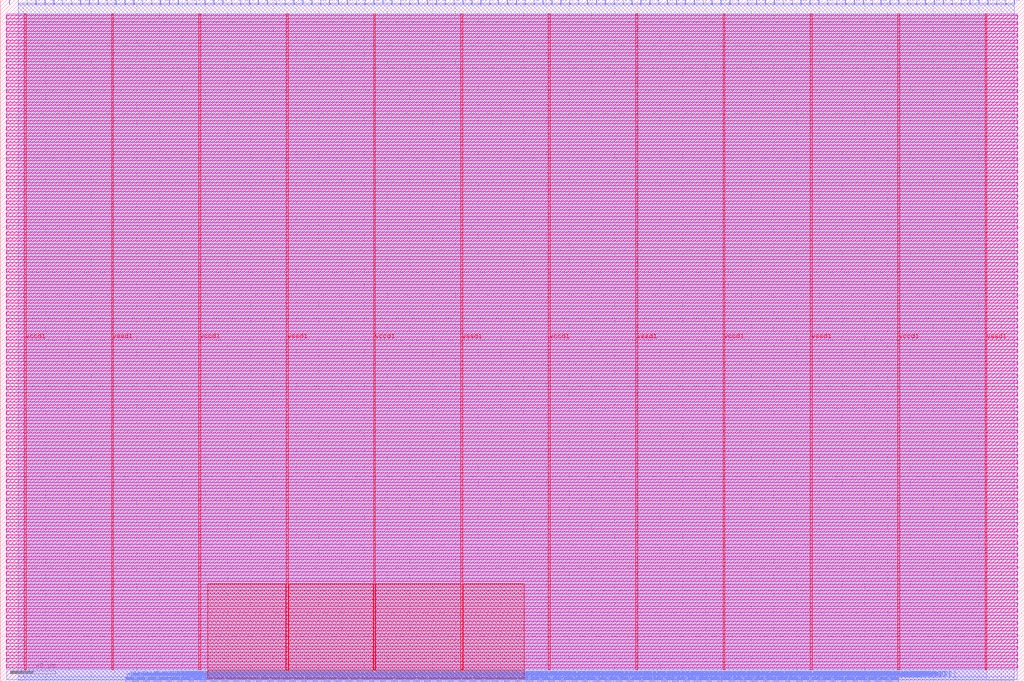
<source format=lef>
VERSION 5.7 ;
  NOWIREEXTENSIONATPIN ON ;
  DIVIDERCHAR "/" ;
  BUSBITCHARS "[]" ;
MACRO user_proj_example
  CLASS BLOCK ;
  FOREIGN user_proj_example ;
  ORIGIN 0.000 0.000 ;
  SIZE 900.000 BY 600.000 ;
  PIN io_in[0]
    DIRECTION INPUT ;
    USE SIGNAL ;
    PORT
      LAYER met2 ;
        RECT 7.910 596.000 8.190 600.000 ;
    END
  END io_in[0]
  PIN io_in[10]
    DIRECTION INPUT ;
    USE SIGNAL ;
    PORT
      LAYER met2 ;
        RECT 242.510 596.000 242.790 600.000 ;
    END
  END io_in[10]
  PIN io_in[11]
    DIRECTION INPUT ;
    USE SIGNAL ;
    PORT
      LAYER met2 ;
        RECT 265.970 596.000 266.250 600.000 ;
    END
  END io_in[11]
  PIN io_in[12]
    DIRECTION INPUT ;
    USE SIGNAL ;
    PORT
      LAYER met2 ;
        RECT 289.430 596.000 289.710 600.000 ;
    END
  END io_in[12]
  PIN io_in[13]
    DIRECTION INPUT ;
    USE SIGNAL ;
    PORT
      LAYER met2 ;
        RECT 312.890 596.000 313.170 600.000 ;
    END
  END io_in[13]
  PIN io_in[14]
    DIRECTION INPUT ;
    USE SIGNAL ;
    PORT
      LAYER met2 ;
        RECT 336.350 596.000 336.630 600.000 ;
    END
  END io_in[14]
  PIN io_in[15]
    DIRECTION INPUT ;
    USE SIGNAL ;
    PORT
      LAYER met2 ;
        RECT 359.810 596.000 360.090 600.000 ;
    END
  END io_in[15]
  PIN io_in[16]
    DIRECTION INPUT ;
    USE SIGNAL ;
    PORT
      LAYER met2 ;
        RECT 383.270 596.000 383.550 600.000 ;
    END
  END io_in[16]
  PIN io_in[17]
    DIRECTION INPUT ;
    USE SIGNAL ;
    PORT
      LAYER met2 ;
        RECT 406.730 596.000 407.010 600.000 ;
    END
  END io_in[17]
  PIN io_in[18]
    DIRECTION INPUT ;
    USE SIGNAL ;
    PORT
      LAYER met2 ;
        RECT 430.190 596.000 430.470 600.000 ;
    END
  END io_in[18]
  PIN io_in[19]
    DIRECTION INPUT ;
    USE SIGNAL ;
    PORT
      LAYER met2 ;
        RECT 453.650 596.000 453.930 600.000 ;
    END
  END io_in[19]
  PIN io_in[1]
    DIRECTION INPUT ;
    USE SIGNAL ;
    PORT
      LAYER met2 ;
        RECT 31.370 596.000 31.650 600.000 ;
    END
  END io_in[1]
  PIN io_in[20]
    DIRECTION INPUT ;
    USE SIGNAL ;
    PORT
      LAYER met2 ;
        RECT 477.110 596.000 477.390 600.000 ;
    END
  END io_in[20]
  PIN io_in[21]
    DIRECTION INPUT ;
    USE SIGNAL ;
    PORT
      LAYER met2 ;
        RECT 500.570 596.000 500.850 600.000 ;
    END
  END io_in[21]
  PIN io_in[22]
    DIRECTION INPUT ;
    USE SIGNAL ;
    PORT
      LAYER met2 ;
        RECT 524.030 596.000 524.310 600.000 ;
    END
  END io_in[22]
  PIN io_in[23]
    DIRECTION INPUT ;
    USE SIGNAL ;
    PORT
      LAYER met2 ;
        RECT 547.490 596.000 547.770 600.000 ;
    END
  END io_in[23]
  PIN io_in[24]
    DIRECTION INPUT ;
    USE SIGNAL ;
    PORT
      LAYER met2 ;
        RECT 570.950 596.000 571.230 600.000 ;
    END
  END io_in[24]
  PIN io_in[25]
    DIRECTION INPUT ;
    USE SIGNAL ;
    PORT
      LAYER met2 ;
        RECT 594.410 596.000 594.690 600.000 ;
    END
  END io_in[25]
  PIN io_in[26]
    DIRECTION INPUT ;
    USE SIGNAL ;
    PORT
      LAYER met2 ;
        RECT 617.870 596.000 618.150 600.000 ;
    END
  END io_in[26]
  PIN io_in[27]
    DIRECTION INPUT ;
    USE SIGNAL ;
    PORT
      LAYER met2 ;
        RECT 641.330 596.000 641.610 600.000 ;
    END
  END io_in[27]
  PIN io_in[28]
    DIRECTION INPUT ;
    USE SIGNAL ;
    PORT
      LAYER met2 ;
        RECT 664.790 596.000 665.070 600.000 ;
    END
  END io_in[28]
  PIN io_in[29]
    DIRECTION INPUT ;
    USE SIGNAL ;
    PORT
      LAYER met2 ;
        RECT 688.250 596.000 688.530 600.000 ;
    END
  END io_in[29]
  PIN io_in[2]
    DIRECTION INPUT ;
    USE SIGNAL ;
    PORT
      LAYER met2 ;
        RECT 54.830 596.000 55.110 600.000 ;
    END
  END io_in[2]
  PIN io_in[30]
    DIRECTION INPUT ;
    USE SIGNAL ;
    PORT
      LAYER met2 ;
        RECT 711.710 596.000 711.990 600.000 ;
    END
  END io_in[30]
  PIN io_in[31]
    DIRECTION INPUT ;
    USE SIGNAL ;
    PORT
      LAYER met2 ;
        RECT 735.170 596.000 735.450 600.000 ;
    END
  END io_in[31]
  PIN io_in[32]
    DIRECTION INPUT ;
    USE SIGNAL ;
    PORT
      LAYER met2 ;
        RECT 758.630 596.000 758.910 600.000 ;
    END
  END io_in[32]
  PIN io_in[33]
    DIRECTION INPUT ;
    USE SIGNAL ;
    PORT
      LAYER met2 ;
        RECT 782.090 596.000 782.370 600.000 ;
    END
  END io_in[33]
  PIN io_in[34]
    DIRECTION INPUT ;
    USE SIGNAL ;
    PORT
      LAYER met2 ;
        RECT 805.550 596.000 805.830 600.000 ;
    END
  END io_in[34]
  PIN io_in[35]
    DIRECTION INPUT ;
    USE SIGNAL ;
    PORT
      LAYER met2 ;
        RECT 829.010 596.000 829.290 600.000 ;
    END
  END io_in[35]
  PIN io_in[36]
    DIRECTION INPUT ;
    USE SIGNAL ;
    PORT
      LAYER met2 ;
        RECT 852.470 596.000 852.750 600.000 ;
    END
  END io_in[36]
  PIN io_in[37]
    DIRECTION INPUT ;
    USE SIGNAL ;
    PORT
      LAYER met2 ;
        RECT 875.930 596.000 876.210 600.000 ;
    END
  END io_in[37]
  PIN io_in[3]
    DIRECTION INPUT ;
    USE SIGNAL ;
    PORT
      LAYER met2 ;
        RECT 78.290 596.000 78.570 600.000 ;
    END
  END io_in[3]
  PIN io_in[4]
    DIRECTION INPUT ;
    USE SIGNAL ;
    PORT
      LAYER met2 ;
        RECT 101.750 596.000 102.030 600.000 ;
    END
  END io_in[4]
  PIN io_in[5]
    DIRECTION INPUT ;
    USE SIGNAL ;
    PORT
      LAYER met2 ;
        RECT 125.210 596.000 125.490 600.000 ;
    END
  END io_in[5]
  PIN io_in[6]
    DIRECTION INPUT ;
    USE SIGNAL ;
    PORT
      LAYER met2 ;
        RECT 148.670 596.000 148.950 600.000 ;
    END
  END io_in[6]
  PIN io_in[7]
    DIRECTION INPUT ;
    USE SIGNAL ;
    PORT
      LAYER met2 ;
        RECT 172.130 596.000 172.410 600.000 ;
    END
  END io_in[7]
  PIN io_in[8]
    DIRECTION INPUT ;
    USE SIGNAL ;
    PORT
      LAYER met2 ;
        RECT 195.590 596.000 195.870 600.000 ;
    END
  END io_in[8]
  PIN io_in[9]
    DIRECTION INPUT ;
    USE SIGNAL ;
    PORT
      LAYER met2 ;
        RECT 219.050 596.000 219.330 600.000 ;
    END
  END io_in[9]
  PIN io_oeb[0]
    DIRECTION OUTPUT TRISTATE ;
    USE SIGNAL ;
    PORT
      LAYER met2 ;
        RECT 15.730 596.000 16.010 600.000 ;
    END
  END io_oeb[0]
  PIN io_oeb[10]
    DIRECTION OUTPUT TRISTATE ;
    USE SIGNAL ;
    PORT
      LAYER met2 ;
        RECT 250.330 596.000 250.610 600.000 ;
    END
  END io_oeb[10]
  PIN io_oeb[11]
    DIRECTION OUTPUT TRISTATE ;
    USE SIGNAL ;
    PORT
      LAYER met2 ;
        RECT 273.790 596.000 274.070 600.000 ;
    END
  END io_oeb[11]
  PIN io_oeb[12]
    DIRECTION OUTPUT TRISTATE ;
    USE SIGNAL ;
    PORT
      LAYER met2 ;
        RECT 297.250 596.000 297.530 600.000 ;
    END
  END io_oeb[12]
  PIN io_oeb[13]
    DIRECTION OUTPUT TRISTATE ;
    USE SIGNAL ;
    PORT
      LAYER met2 ;
        RECT 320.710 596.000 320.990 600.000 ;
    END
  END io_oeb[13]
  PIN io_oeb[14]
    DIRECTION OUTPUT TRISTATE ;
    USE SIGNAL ;
    PORT
      LAYER met2 ;
        RECT 344.170 596.000 344.450 600.000 ;
    END
  END io_oeb[14]
  PIN io_oeb[15]
    DIRECTION OUTPUT TRISTATE ;
    USE SIGNAL ;
    PORT
      LAYER met2 ;
        RECT 367.630 596.000 367.910 600.000 ;
    END
  END io_oeb[15]
  PIN io_oeb[16]
    DIRECTION OUTPUT TRISTATE ;
    USE SIGNAL ;
    PORT
      LAYER met2 ;
        RECT 391.090 596.000 391.370 600.000 ;
    END
  END io_oeb[16]
  PIN io_oeb[17]
    DIRECTION OUTPUT TRISTATE ;
    USE SIGNAL ;
    PORT
      LAYER met2 ;
        RECT 414.550 596.000 414.830 600.000 ;
    END
  END io_oeb[17]
  PIN io_oeb[18]
    DIRECTION OUTPUT TRISTATE ;
    USE SIGNAL ;
    PORT
      LAYER met2 ;
        RECT 438.010 596.000 438.290 600.000 ;
    END
  END io_oeb[18]
  PIN io_oeb[19]
    DIRECTION OUTPUT TRISTATE ;
    USE SIGNAL ;
    PORT
      LAYER met2 ;
        RECT 461.470 596.000 461.750 600.000 ;
    END
  END io_oeb[19]
  PIN io_oeb[1]
    DIRECTION OUTPUT TRISTATE ;
    USE SIGNAL ;
    PORT
      LAYER met2 ;
        RECT 39.190 596.000 39.470 600.000 ;
    END
  END io_oeb[1]
  PIN io_oeb[20]
    DIRECTION OUTPUT TRISTATE ;
    USE SIGNAL ;
    PORT
      LAYER met2 ;
        RECT 484.930 596.000 485.210 600.000 ;
    END
  END io_oeb[20]
  PIN io_oeb[21]
    DIRECTION OUTPUT TRISTATE ;
    USE SIGNAL ;
    PORT
      LAYER met2 ;
        RECT 508.390 596.000 508.670 600.000 ;
    END
  END io_oeb[21]
  PIN io_oeb[22]
    DIRECTION OUTPUT TRISTATE ;
    USE SIGNAL ;
    PORT
      LAYER met2 ;
        RECT 531.850 596.000 532.130 600.000 ;
    END
  END io_oeb[22]
  PIN io_oeb[23]
    DIRECTION OUTPUT TRISTATE ;
    USE SIGNAL ;
    PORT
      LAYER met2 ;
        RECT 555.310 596.000 555.590 600.000 ;
    END
  END io_oeb[23]
  PIN io_oeb[24]
    DIRECTION OUTPUT TRISTATE ;
    USE SIGNAL ;
    PORT
      LAYER met2 ;
        RECT 578.770 596.000 579.050 600.000 ;
    END
  END io_oeb[24]
  PIN io_oeb[25]
    DIRECTION OUTPUT TRISTATE ;
    USE SIGNAL ;
    PORT
      LAYER met2 ;
        RECT 602.230 596.000 602.510 600.000 ;
    END
  END io_oeb[25]
  PIN io_oeb[26]
    DIRECTION OUTPUT TRISTATE ;
    USE SIGNAL ;
    PORT
      LAYER met2 ;
        RECT 625.690 596.000 625.970 600.000 ;
    END
  END io_oeb[26]
  PIN io_oeb[27]
    DIRECTION OUTPUT TRISTATE ;
    USE SIGNAL ;
    PORT
      LAYER met2 ;
        RECT 649.150 596.000 649.430 600.000 ;
    END
  END io_oeb[27]
  PIN io_oeb[28]
    DIRECTION OUTPUT TRISTATE ;
    USE SIGNAL ;
    PORT
      LAYER met2 ;
        RECT 672.610 596.000 672.890 600.000 ;
    END
  END io_oeb[28]
  PIN io_oeb[29]
    DIRECTION OUTPUT TRISTATE ;
    USE SIGNAL ;
    PORT
      LAYER met2 ;
        RECT 696.070 596.000 696.350 600.000 ;
    END
  END io_oeb[29]
  PIN io_oeb[2]
    DIRECTION OUTPUT TRISTATE ;
    USE SIGNAL ;
    PORT
      LAYER met2 ;
        RECT 62.650 596.000 62.930 600.000 ;
    END
  END io_oeb[2]
  PIN io_oeb[30]
    DIRECTION OUTPUT TRISTATE ;
    USE SIGNAL ;
    PORT
      LAYER met2 ;
        RECT 719.530 596.000 719.810 600.000 ;
    END
  END io_oeb[30]
  PIN io_oeb[31]
    DIRECTION OUTPUT TRISTATE ;
    USE SIGNAL ;
    PORT
      LAYER met2 ;
        RECT 742.990 596.000 743.270 600.000 ;
    END
  END io_oeb[31]
  PIN io_oeb[32]
    DIRECTION OUTPUT TRISTATE ;
    USE SIGNAL ;
    PORT
      LAYER met2 ;
        RECT 766.450 596.000 766.730 600.000 ;
    END
  END io_oeb[32]
  PIN io_oeb[33]
    DIRECTION OUTPUT TRISTATE ;
    USE SIGNAL ;
    PORT
      LAYER met2 ;
        RECT 789.910 596.000 790.190 600.000 ;
    END
  END io_oeb[33]
  PIN io_oeb[34]
    DIRECTION OUTPUT TRISTATE ;
    USE SIGNAL ;
    PORT
      LAYER met2 ;
        RECT 813.370 596.000 813.650 600.000 ;
    END
  END io_oeb[34]
  PIN io_oeb[35]
    DIRECTION OUTPUT TRISTATE ;
    USE SIGNAL ;
    PORT
      LAYER met2 ;
        RECT 836.830 596.000 837.110 600.000 ;
    END
  END io_oeb[35]
  PIN io_oeb[36]
    DIRECTION OUTPUT TRISTATE ;
    USE SIGNAL ;
    PORT
      LAYER met2 ;
        RECT 860.290 596.000 860.570 600.000 ;
    END
  END io_oeb[36]
  PIN io_oeb[37]
    DIRECTION OUTPUT TRISTATE ;
    USE SIGNAL ;
    PORT
      LAYER met2 ;
        RECT 883.750 596.000 884.030 600.000 ;
    END
  END io_oeb[37]
  PIN io_oeb[3]
    DIRECTION OUTPUT TRISTATE ;
    USE SIGNAL ;
    PORT
      LAYER met2 ;
        RECT 86.110 596.000 86.390 600.000 ;
    END
  END io_oeb[3]
  PIN io_oeb[4]
    DIRECTION OUTPUT TRISTATE ;
    USE SIGNAL ;
    PORT
      LAYER met2 ;
        RECT 109.570 596.000 109.850 600.000 ;
    END
  END io_oeb[4]
  PIN io_oeb[5]
    DIRECTION OUTPUT TRISTATE ;
    USE SIGNAL ;
    PORT
      LAYER met2 ;
        RECT 133.030 596.000 133.310 600.000 ;
    END
  END io_oeb[5]
  PIN io_oeb[6]
    DIRECTION OUTPUT TRISTATE ;
    USE SIGNAL ;
    PORT
      LAYER met2 ;
        RECT 156.490 596.000 156.770 600.000 ;
    END
  END io_oeb[6]
  PIN io_oeb[7]
    DIRECTION OUTPUT TRISTATE ;
    USE SIGNAL ;
    PORT
      LAYER met2 ;
        RECT 179.950 596.000 180.230 600.000 ;
    END
  END io_oeb[7]
  PIN io_oeb[8]
    DIRECTION OUTPUT TRISTATE ;
    USE SIGNAL ;
    PORT
      LAYER met2 ;
        RECT 203.410 596.000 203.690 600.000 ;
    END
  END io_oeb[8]
  PIN io_oeb[9]
    DIRECTION OUTPUT TRISTATE ;
    USE SIGNAL ;
    PORT
      LAYER met2 ;
        RECT 226.870 596.000 227.150 600.000 ;
    END
  END io_oeb[9]
  PIN io_out[0]
    DIRECTION OUTPUT TRISTATE ;
    USE SIGNAL ;
    PORT
      LAYER met2 ;
        RECT 23.550 596.000 23.830 600.000 ;
    END
  END io_out[0]
  PIN io_out[10]
    DIRECTION OUTPUT TRISTATE ;
    USE SIGNAL ;
    PORT
      LAYER met2 ;
        RECT 258.150 596.000 258.430 600.000 ;
    END
  END io_out[10]
  PIN io_out[11]
    DIRECTION OUTPUT TRISTATE ;
    USE SIGNAL ;
    PORT
      LAYER met2 ;
        RECT 281.610 596.000 281.890 600.000 ;
    END
  END io_out[11]
  PIN io_out[12]
    DIRECTION OUTPUT TRISTATE ;
    USE SIGNAL ;
    PORT
      LAYER met2 ;
        RECT 305.070 596.000 305.350 600.000 ;
    END
  END io_out[12]
  PIN io_out[13]
    DIRECTION OUTPUT TRISTATE ;
    USE SIGNAL ;
    PORT
      LAYER met2 ;
        RECT 328.530 596.000 328.810 600.000 ;
    END
  END io_out[13]
  PIN io_out[14]
    DIRECTION OUTPUT TRISTATE ;
    USE SIGNAL ;
    PORT
      LAYER met2 ;
        RECT 351.990 596.000 352.270 600.000 ;
    END
  END io_out[14]
  PIN io_out[15]
    DIRECTION OUTPUT TRISTATE ;
    USE SIGNAL ;
    PORT
      LAYER met2 ;
        RECT 375.450 596.000 375.730 600.000 ;
    END
  END io_out[15]
  PIN io_out[16]
    DIRECTION OUTPUT TRISTATE ;
    USE SIGNAL ;
    PORT
      LAYER met2 ;
        RECT 398.910 596.000 399.190 600.000 ;
    END
  END io_out[16]
  PIN io_out[17]
    DIRECTION OUTPUT TRISTATE ;
    USE SIGNAL ;
    PORT
      LAYER met2 ;
        RECT 422.370 596.000 422.650 600.000 ;
    END
  END io_out[17]
  PIN io_out[18]
    DIRECTION OUTPUT TRISTATE ;
    USE SIGNAL ;
    PORT
      LAYER met2 ;
        RECT 445.830 596.000 446.110 600.000 ;
    END
  END io_out[18]
  PIN io_out[19]
    DIRECTION OUTPUT TRISTATE ;
    USE SIGNAL ;
    PORT
      LAYER met2 ;
        RECT 469.290 596.000 469.570 600.000 ;
    END
  END io_out[19]
  PIN io_out[1]
    DIRECTION OUTPUT TRISTATE ;
    USE SIGNAL ;
    PORT
      LAYER met2 ;
        RECT 47.010 596.000 47.290 600.000 ;
    END
  END io_out[1]
  PIN io_out[20]
    DIRECTION OUTPUT TRISTATE ;
    USE SIGNAL ;
    PORT
      LAYER met2 ;
        RECT 492.750 596.000 493.030 600.000 ;
    END
  END io_out[20]
  PIN io_out[21]
    DIRECTION OUTPUT TRISTATE ;
    USE SIGNAL ;
    PORT
      LAYER met2 ;
        RECT 516.210 596.000 516.490 600.000 ;
    END
  END io_out[21]
  PIN io_out[22]
    DIRECTION OUTPUT TRISTATE ;
    USE SIGNAL ;
    PORT
      LAYER met2 ;
        RECT 539.670 596.000 539.950 600.000 ;
    END
  END io_out[22]
  PIN io_out[23]
    DIRECTION OUTPUT TRISTATE ;
    USE SIGNAL ;
    PORT
      LAYER met2 ;
        RECT 563.130 596.000 563.410 600.000 ;
    END
  END io_out[23]
  PIN io_out[24]
    DIRECTION OUTPUT TRISTATE ;
    USE SIGNAL ;
    PORT
      LAYER met2 ;
        RECT 586.590 596.000 586.870 600.000 ;
    END
  END io_out[24]
  PIN io_out[25]
    DIRECTION OUTPUT TRISTATE ;
    USE SIGNAL ;
    PORT
      LAYER met2 ;
        RECT 610.050 596.000 610.330 600.000 ;
    END
  END io_out[25]
  PIN io_out[26]
    DIRECTION OUTPUT TRISTATE ;
    USE SIGNAL ;
    PORT
      LAYER met2 ;
        RECT 633.510 596.000 633.790 600.000 ;
    END
  END io_out[26]
  PIN io_out[27]
    DIRECTION OUTPUT TRISTATE ;
    USE SIGNAL ;
    PORT
      LAYER met2 ;
        RECT 656.970 596.000 657.250 600.000 ;
    END
  END io_out[27]
  PIN io_out[28]
    DIRECTION OUTPUT TRISTATE ;
    USE SIGNAL ;
    PORT
      LAYER met2 ;
        RECT 680.430 596.000 680.710 600.000 ;
    END
  END io_out[28]
  PIN io_out[29]
    DIRECTION OUTPUT TRISTATE ;
    USE SIGNAL ;
    PORT
      LAYER met2 ;
        RECT 703.890 596.000 704.170 600.000 ;
    END
  END io_out[29]
  PIN io_out[2]
    DIRECTION OUTPUT TRISTATE ;
    USE SIGNAL ;
    PORT
      LAYER met2 ;
        RECT 70.470 596.000 70.750 600.000 ;
    END
  END io_out[2]
  PIN io_out[30]
    DIRECTION OUTPUT TRISTATE ;
    USE SIGNAL ;
    PORT
      LAYER met2 ;
        RECT 727.350 596.000 727.630 600.000 ;
    END
  END io_out[30]
  PIN io_out[31]
    DIRECTION OUTPUT TRISTATE ;
    USE SIGNAL ;
    PORT
      LAYER met2 ;
        RECT 750.810 596.000 751.090 600.000 ;
    END
  END io_out[31]
  PIN io_out[32]
    DIRECTION OUTPUT TRISTATE ;
    USE SIGNAL ;
    PORT
      LAYER met2 ;
        RECT 774.270 596.000 774.550 600.000 ;
    END
  END io_out[32]
  PIN io_out[33]
    DIRECTION OUTPUT TRISTATE ;
    USE SIGNAL ;
    PORT
      LAYER met2 ;
        RECT 797.730 596.000 798.010 600.000 ;
    END
  END io_out[33]
  PIN io_out[34]
    DIRECTION OUTPUT TRISTATE ;
    USE SIGNAL ;
    PORT
      LAYER met2 ;
        RECT 821.190 596.000 821.470 600.000 ;
    END
  END io_out[34]
  PIN io_out[35]
    DIRECTION OUTPUT TRISTATE ;
    USE SIGNAL ;
    PORT
      LAYER met2 ;
        RECT 844.650 596.000 844.930 600.000 ;
    END
  END io_out[35]
  PIN io_out[36]
    DIRECTION OUTPUT TRISTATE ;
    USE SIGNAL ;
    PORT
      LAYER met2 ;
        RECT 868.110 596.000 868.390 600.000 ;
    END
  END io_out[36]
  PIN io_out[37]
    DIRECTION OUTPUT TRISTATE ;
    USE SIGNAL ;
    PORT
      LAYER met2 ;
        RECT 891.570 596.000 891.850 600.000 ;
    END
  END io_out[37]
  PIN io_out[3]
    DIRECTION OUTPUT TRISTATE ;
    USE SIGNAL ;
    PORT
      LAYER met2 ;
        RECT 93.930 596.000 94.210 600.000 ;
    END
  END io_out[3]
  PIN io_out[4]
    DIRECTION OUTPUT TRISTATE ;
    USE SIGNAL ;
    PORT
      LAYER met2 ;
        RECT 117.390 596.000 117.670 600.000 ;
    END
  END io_out[4]
  PIN io_out[5]
    DIRECTION OUTPUT TRISTATE ;
    USE SIGNAL ;
    PORT
      LAYER met2 ;
        RECT 140.850 596.000 141.130 600.000 ;
    END
  END io_out[5]
  PIN io_out[6]
    DIRECTION OUTPUT TRISTATE ;
    USE SIGNAL ;
    PORT
      LAYER met2 ;
        RECT 164.310 596.000 164.590 600.000 ;
    END
  END io_out[6]
  PIN io_out[7]
    DIRECTION OUTPUT TRISTATE ;
    USE SIGNAL ;
    PORT
      LAYER met2 ;
        RECT 187.770 596.000 188.050 600.000 ;
    END
  END io_out[7]
  PIN io_out[8]
    DIRECTION OUTPUT TRISTATE ;
    USE SIGNAL ;
    PORT
      LAYER met2 ;
        RECT 211.230 596.000 211.510 600.000 ;
    END
  END io_out[8]
  PIN io_out[9]
    DIRECTION OUTPUT TRISTATE ;
    USE SIGNAL ;
    PORT
      LAYER met2 ;
        RECT 234.690 596.000 234.970 600.000 ;
    END
  END io_out[9]
  PIN irq[0]
    DIRECTION OUTPUT TRISTATE ;
    USE SIGNAL ;
    PORT
      LAYER met2 ;
        RECT 786.690 0.000 786.970 4.000 ;
    END
  END irq[0]
  PIN irq[1]
    DIRECTION OUTPUT TRISTATE ;
    USE SIGNAL ;
    PORT
      LAYER met2 ;
        RECT 788.070 0.000 788.350 4.000 ;
    END
  END irq[1]
  PIN irq[2]
    DIRECTION OUTPUT TRISTATE ;
    USE SIGNAL ;
    PORT
      LAYER met2 ;
        RECT 789.450 0.000 789.730 4.000 ;
    END
  END irq[2]
  PIN la_data_in[0]
    DIRECTION INPUT ;
    USE SIGNAL ;
    PORT
      LAYER met2 ;
        RECT 256.770 0.000 257.050 4.000 ;
    END
  END la_data_in[0]
  PIN la_data_in[100]
    DIRECTION INPUT ;
    USE SIGNAL ;
    PORT
      LAYER met2 ;
        RECT 670.770 0.000 671.050 4.000 ;
    END
  END la_data_in[100]
  PIN la_data_in[101]
    DIRECTION INPUT ;
    USE SIGNAL ;
    PORT
      LAYER met2 ;
        RECT 674.910 0.000 675.190 4.000 ;
    END
  END la_data_in[101]
  PIN la_data_in[102]
    DIRECTION INPUT ;
    USE SIGNAL ;
    PORT
      LAYER met2 ;
        RECT 679.050 0.000 679.330 4.000 ;
    END
  END la_data_in[102]
  PIN la_data_in[103]
    DIRECTION INPUT ;
    USE SIGNAL ;
    PORT
      LAYER met2 ;
        RECT 683.190 0.000 683.470 4.000 ;
    END
  END la_data_in[103]
  PIN la_data_in[104]
    DIRECTION INPUT ;
    USE SIGNAL ;
    PORT
      LAYER met2 ;
        RECT 687.330 0.000 687.610 4.000 ;
    END
  END la_data_in[104]
  PIN la_data_in[105]
    DIRECTION INPUT ;
    USE SIGNAL ;
    PORT
      LAYER met2 ;
        RECT 691.470 0.000 691.750 4.000 ;
    END
  END la_data_in[105]
  PIN la_data_in[106]
    DIRECTION INPUT ;
    USE SIGNAL ;
    PORT
      LAYER met2 ;
        RECT 695.610 0.000 695.890 4.000 ;
    END
  END la_data_in[106]
  PIN la_data_in[107]
    DIRECTION INPUT ;
    USE SIGNAL ;
    PORT
      LAYER met2 ;
        RECT 699.750 0.000 700.030 4.000 ;
    END
  END la_data_in[107]
  PIN la_data_in[108]
    DIRECTION INPUT ;
    USE SIGNAL ;
    PORT
      LAYER met2 ;
        RECT 703.890 0.000 704.170 4.000 ;
    END
  END la_data_in[108]
  PIN la_data_in[109]
    DIRECTION INPUT ;
    USE SIGNAL ;
    PORT
      LAYER met2 ;
        RECT 708.030 0.000 708.310 4.000 ;
    END
  END la_data_in[109]
  PIN la_data_in[10]
    DIRECTION INPUT ;
    USE SIGNAL ;
    PORT
      LAYER met2 ;
        RECT 298.170 0.000 298.450 4.000 ;
    END
  END la_data_in[10]
  PIN la_data_in[110]
    DIRECTION INPUT ;
    USE SIGNAL ;
    PORT
      LAYER met2 ;
        RECT 712.170 0.000 712.450 4.000 ;
    END
  END la_data_in[110]
  PIN la_data_in[111]
    DIRECTION INPUT ;
    USE SIGNAL ;
    PORT
      LAYER met2 ;
        RECT 716.310 0.000 716.590 4.000 ;
    END
  END la_data_in[111]
  PIN la_data_in[112]
    DIRECTION INPUT ;
    USE SIGNAL ;
    PORT
      LAYER met2 ;
        RECT 720.450 0.000 720.730 4.000 ;
    END
  END la_data_in[112]
  PIN la_data_in[113]
    DIRECTION INPUT ;
    USE SIGNAL ;
    PORT
      LAYER met2 ;
        RECT 724.590 0.000 724.870 4.000 ;
    END
  END la_data_in[113]
  PIN la_data_in[114]
    DIRECTION INPUT ;
    USE SIGNAL ;
    PORT
      LAYER met2 ;
        RECT 728.730 0.000 729.010 4.000 ;
    END
  END la_data_in[114]
  PIN la_data_in[115]
    DIRECTION INPUT ;
    USE SIGNAL ;
    PORT
      LAYER met2 ;
        RECT 732.870 0.000 733.150 4.000 ;
    END
  END la_data_in[115]
  PIN la_data_in[116]
    DIRECTION INPUT ;
    USE SIGNAL ;
    PORT
      LAYER met2 ;
        RECT 737.010 0.000 737.290 4.000 ;
    END
  END la_data_in[116]
  PIN la_data_in[117]
    DIRECTION INPUT ;
    USE SIGNAL ;
    PORT
      LAYER met2 ;
        RECT 741.150 0.000 741.430 4.000 ;
    END
  END la_data_in[117]
  PIN la_data_in[118]
    DIRECTION INPUT ;
    USE SIGNAL ;
    PORT
      LAYER met2 ;
        RECT 745.290 0.000 745.570 4.000 ;
    END
  END la_data_in[118]
  PIN la_data_in[119]
    DIRECTION INPUT ;
    USE SIGNAL ;
    PORT
      LAYER met2 ;
        RECT 749.430 0.000 749.710 4.000 ;
    END
  END la_data_in[119]
  PIN la_data_in[11]
    DIRECTION INPUT ;
    USE SIGNAL ;
    PORT
      LAYER met2 ;
        RECT 302.310 0.000 302.590 4.000 ;
    END
  END la_data_in[11]
  PIN la_data_in[120]
    DIRECTION INPUT ;
    USE SIGNAL ;
    PORT
      LAYER met2 ;
        RECT 753.570 0.000 753.850 4.000 ;
    END
  END la_data_in[120]
  PIN la_data_in[121]
    DIRECTION INPUT ;
    USE SIGNAL ;
    PORT
      LAYER met2 ;
        RECT 757.710 0.000 757.990 4.000 ;
    END
  END la_data_in[121]
  PIN la_data_in[122]
    DIRECTION INPUT ;
    USE SIGNAL ;
    PORT
      LAYER met2 ;
        RECT 761.850 0.000 762.130 4.000 ;
    END
  END la_data_in[122]
  PIN la_data_in[123]
    DIRECTION INPUT ;
    USE SIGNAL ;
    PORT
      LAYER met2 ;
        RECT 765.990 0.000 766.270 4.000 ;
    END
  END la_data_in[123]
  PIN la_data_in[124]
    DIRECTION INPUT ;
    USE SIGNAL ;
    PORT
      LAYER met2 ;
        RECT 770.130 0.000 770.410 4.000 ;
    END
  END la_data_in[124]
  PIN la_data_in[125]
    DIRECTION INPUT ;
    USE SIGNAL ;
    PORT
      LAYER met2 ;
        RECT 774.270 0.000 774.550 4.000 ;
    END
  END la_data_in[125]
  PIN la_data_in[126]
    DIRECTION INPUT ;
    USE SIGNAL ;
    PORT
      LAYER met2 ;
        RECT 778.410 0.000 778.690 4.000 ;
    END
  END la_data_in[126]
  PIN la_data_in[127]
    DIRECTION INPUT ;
    USE SIGNAL ;
    PORT
      LAYER met2 ;
        RECT 782.550 0.000 782.830 4.000 ;
    END
  END la_data_in[127]
  PIN la_data_in[12]
    DIRECTION INPUT ;
    USE SIGNAL ;
    PORT
      LAYER met2 ;
        RECT 306.450 0.000 306.730 4.000 ;
    END
  END la_data_in[12]
  PIN la_data_in[13]
    DIRECTION INPUT ;
    USE SIGNAL ;
    PORT
      LAYER met2 ;
        RECT 310.590 0.000 310.870 4.000 ;
    END
  END la_data_in[13]
  PIN la_data_in[14]
    DIRECTION INPUT ;
    USE SIGNAL ;
    PORT
      LAYER met2 ;
        RECT 314.730 0.000 315.010 4.000 ;
    END
  END la_data_in[14]
  PIN la_data_in[15]
    DIRECTION INPUT ;
    USE SIGNAL ;
    PORT
      LAYER met2 ;
        RECT 318.870 0.000 319.150 4.000 ;
    END
  END la_data_in[15]
  PIN la_data_in[16]
    DIRECTION INPUT ;
    USE SIGNAL ;
    PORT
      LAYER met2 ;
        RECT 323.010 0.000 323.290 4.000 ;
    END
  END la_data_in[16]
  PIN la_data_in[17]
    DIRECTION INPUT ;
    USE SIGNAL ;
    PORT
      LAYER met2 ;
        RECT 327.150 0.000 327.430 4.000 ;
    END
  END la_data_in[17]
  PIN la_data_in[18]
    DIRECTION INPUT ;
    USE SIGNAL ;
    PORT
      LAYER met2 ;
        RECT 331.290 0.000 331.570 4.000 ;
    END
  END la_data_in[18]
  PIN la_data_in[19]
    DIRECTION INPUT ;
    USE SIGNAL ;
    PORT
      LAYER met2 ;
        RECT 335.430 0.000 335.710 4.000 ;
    END
  END la_data_in[19]
  PIN la_data_in[1]
    DIRECTION INPUT ;
    USE SIGNAL ;
    PORT
      LAYER met2 ;
        RECT 260.910 0.000 261.190 4.000 ;
    END
  END la_data_in[1]
  PIN la_data_in[20]
    DIRECTION INPUT ;
    USE SIGNAL ;
    PORT
      LAYER met2 ;
        RECT 339.570 0.000 339.850 4.000 ;
    END
  END la_data_in[20]
  PIN la_data_in[21]
    DIRECTION INPUT ;
    USE SIGNAL ;
    PORT
      LAYER met2 ;
        RECT 343.710 0.000 343.990 4.000 ;
    END
  END la_data_in[21]
  PIN la_data_in[22]
    DIRECTION INPUT ;
    USE SIGNAL ;
    PORT
      LAYER met2 ;
        RECT 347.850 0.000 348.130 4.000 ;
    END
  END la_data_in[22]
  PIN la_data_in[23]
    DIRECTION INPUT ;
    USE SIGNAL ;
    PORT
      LAYER met2 ;
        RECT 351.990 0.000 352.270 4.000 ;
    END
  END la_data_in[23]
  PIN la_data_in[24]
    DIRECTION INPUT ;
    USE SIGNAL ;
    PORT
      LAYER met2 ;
        RECT 356.130 0.000 356.410 4.000 ;
    END
  END la_data_in[24]
  PIN la_data_in[25]
    DIRECTION INPUT ;
    USE SIGNAL ;
    PORT
      LAYER met2 ;
        RECT 360.270 0.000 360.550 4.000 ;
    END
  END la_data_in[25]
  PIN la_data_in[26]
    DIRECTION INPUT ;
    USE SIGNAL ;
    PORT
      LAYER met2 ;
        RECT 364.410 0.000 364.690 4.000 ;
    END
  END la_data_in[26]
  PIN la_data_in[27]
    DIRECTION INPUT ;
    USE SIGNAL ;
    PORT
      LAYER met2 ;
        RECT 368.550 0.000 368.830 4.000 ;
    END
  END la_data_in[27]
  PIN la_data_in[28]
    DIRECTION INPUT ;
    USE SIGNAL ;
    PORT
      LAYER met2 ;
        RECT 372.690 0.000 372.970 4.000 ;
    END
  END la_data_in[28]
  PIN la_data_in[29]
    DIRECTION INPUT ;
    USE SIGNAL ;
    PORT
      LAYER met2 ;
        RECT 376.830 0.000 377.110 4.000 ;
    END
  END la_data_in[29]
  PIN la_data_in[2]
    DIRECTION INPUT ;
    USE SIGNAL ;
    PORT
      LAYER met2 ;
        RECT 265.050 0.000 265.330 4.000 ;
    END
  END la_data_in[2]
  PIN la_data_in[30]
    DIRECTION INPUT ;
    USE SIGNAL ;
    PORT
      LAYER met2 ;
        RECT 380.970 0.000 381.250 4.000 ;
    END
  END la_data_in[30]
  PIN la_data_in[31]
    DIRECTION INPUT ;
    USE SIGNAL ;
    PORT
      LAYER met2 ;
        RECT 385.110 0.000 385.390 4.000 ;
    END
  END la_data_in[31]
  PIN la_data_in[32]
    DIRECTION INPUT ;
    USE SIGNAL ;
    PORT
      LAYER met2 ;
        RECT 389.250 0.000 389.530 4.000 ;
    END
  END la_data_in[32]
  PIN la_data_in[33]
    DIRECTION INPUT ;
    USE SIGNAL ;
    PORT
      LAYER met2 ;
        RECT 393.390 0.000 393.670 4.000 ;
    END
  END la_data_in[33]
  PIN la_data_in[34]
    DIRECTION INPUT ;
    USE SIGNAL ;
    PORT
      LAYER met2 ;
        RECT 397.530 0.000 397.810 4.000 ;
    END
  END la_data_in[34]
  PIN la_data_in[35]
    DIRECTION INPUT ;
    USE SIGNAL ;
    PORT
      LAYER met2 ;
        RECT 401.670 0.000 401.950 4.000 ;
    END
  END la_data_in[35]
  PIN la_data_in[36]
    DIRECTION INPUT ;
    USE SIGNAL ;
    PORT
      LAYER met2 ;
        RECT 405.810 0.000 406.090 4.000 ;
    END
  END la_data_in[36]
  PIN la_data_in[37]
    DIRECTION INPUT ;
    USE SIGNAL ;
    PORT
      LAYER met2 ;
        RECT 409.950 0.000 410.230 4.000 ;
    END
  END la_data_in[37]
  PIN la_data_in[38]
    DIRECTION INPUT ;
    USE SIGNAL ;
    PORT
      LAYER met2 ;
        RECT 414.090 0.000 414.370 4.000 ;
    END
  END la_data_in[38]
  PIN la_data_in[39]
    DIRECTION INPUT ;
    USE SIGNAL ;
    PORT
      LAYER met2 ;
        RECT 418.230 0.000 418.510 4.000 ;
    END
  END la_data_in[39]
  PIN la_data_in[3]
    DIRECTION INPUT ;
    USE SIGNAL ;
    PORT
      LAYER met2 ;
        RECT 269.190 0.000 269.470 4.000 ;
    END
  END la_data_in[3]
  PIN la_data_in[40]
    DIRECTION INPUT ;
    USE SIGNAL ;
    PORT
      LAYER met2 ;
        RECT 422.370 0.000 422.650 4.000 ;
    END
  END la_data_in[40]
  PIN la_data_in[41]
    DIRECTION INPUT ;
    USE SIGNAL ;
    PORT
      LAYER met2 ;
        RECT 426.510 0.000 426.790 4.000 ;
    END
  END la_data_in[41]
  PIN la_data_in[42]
    DIRECTION INPUT ;
    USE SIGNAL ;
    PORT
      LAYER met2 ;
        RECT 430.650 0.000 430.930 4.000 ;
    END
  END la_data_in[42]
  PIN la_data_in[43]
    DIRECTION INPUT ;
    USE SIGNAL ;
    PORT
      LAYER met2 ;
        RECT 434.790 0.000 435.070 4.000 ;
    END
  END la_data_in[43]
  PIN la_data_in[44]
    DIRECTION INPUT ;
    USE SIGNAL ;
    PORT
      LAYER met2 ;
        RECT 438.930 0.000 439.210 4.000 ;
    END
  END la_data_in[44]
  PIN la_data_in[45]
    DIRECTION INPUT ;
    USE SIGNAL ;
    PORT
      LAYER met2 ;
        RECT 443.070 0.000 443.350 4.000 ;
    END
  END la_data_in[45]
  PIN la_data_in[46]
    DIRECTION INPUT ;
    USE SIGNAL ;
    PORT
      LAYER met2 ;
        RECT 447.210 0.000 447.490 4.000 ;
    END
  END la_data_in[46]
  PIN la_data_in[47]
    DIRECTION INPUT ;
    USE SIGNAL ;
    PORT
      LAYER met2 ;
        RECT 451.350 0.000 451.630 4.000 ;
    END
  END la_data_in[47]
  PIN la_data_in[48]
    DIRECTION INPUT ;
    USE SIGNAL ;
    PORT
      LAYER met2 ;
        RECT 455.490 0.000 455.770 4.000 ;
    END
  END la_data_in[48]
  PIN la_data_in[49]
    DIRECTION INPUT ;
    USE SIGNAL ;
    PORT
      LAYER met2 ;
        RECT 459.630 0.000 459.910 4.000 ;
    END
  END la_data_in[49]
  PIN la_data_in[4]
    DIRECTION INPUT ;
    USE SIGNAL ;
    PORT
      LAYER met2 ;
        RECT 273.330 0.000 273.610 4.000 ;
    END
  END la_data_in[4]
  PIN la_data_in[50]
    DIRECTION INPUT ;
    USE SIGNAL ;
    PORT
      LAYER met2 ;
        RECT 463.770 0.000 464.050 4.000 ;
    END
  END la_data_in[50]
  PIN la_data_in[51]
    DIRECTION INPUT ;
    USE SIGNAL ;
    PORT
      LAYER met2 ;
        RECT 467.910 0.000 468.190 4.000 ;
    END
  END la_data_in[51]
  PIN la_data_in[52]
    DIRECTION INPUT ;
    USE SIGNAL ;
    PORT
      LAYER met2 ;
        RECT 472.050 0.000 472.330 4.000 ;
    END
  END la_data_in[52]
  PIN la_data_in[53]
    DIRECTION INPUT ;
    USE SIGNAL ;
    PORT
      LAYER met2 ;
        RECT 476.190 0.000 476.470 4.000 ;
    END
  END la_data_in[53]
  PIN la_data_in[54]
    DIRECTION INPUT ;
    USE SIGNAL ;
    PORT
      LAYER met2 ;
        RECT 480.330 0.000 480.610 4.000 ;
    END
  END la_data_in[54]
  PIN la_data_in[55]
    DIRECTION INPUT ;
    USE SIGNAL ;
    PORT
      LAYER met2 ;
        RECT 484.470 0.000 484.750 4.000 ;
    END
  END la_data_in[55]
  PIN la_data_in[56]
    DIRECTION INPUT ;
    USE SIGNAL ;
    PORT
      LAYER met2 ;
        RECT 488.610 0.000 488.890 4.000 ;
    END
  END la_data_in[56]
  PIN la_data_in[57]
    DIRECTION INPUT ;
    USE SIGNAL ;
    PORT
      LAYER met2 ;
        RECT 492.750 0.000 493.030 4.000 ;
    END
  END la_data_in[57]
  PIN la_data_in[58]
    DIRECTION INPUT ;
    USE SIGNAL ;
    PORT
      LAYER met2 ;
        RECT 496.890 0.000 497.170 4.000 ;
    END
  END la_data_in[58]
  PIN la_data_in[59]
    DIRECTION INPUT ;
    USE SIGNAL ;
    PORT
      LAYER met2 ;
        RECT 501.030 0.000 501.310 4.000 ;
    END
  END la_data_in[59]
  PIN la_data_in[5]
    DIRECTION INPUT ;
    USE SIGNAL ;
    PORT
      LAYER met2 ;
        RECT 277.470 0.000 277.750 4.000 ;
    END
  END la_data_in[5]
  PIN la_data_in[60]
    DIRECTION INPUT ;
    USE SIGNAL ;
    PORT
      LAYER met2 ;
        RECT 505.170 0.000 505.450 4.000 ;
    END
  END la_data_in[60]
  PIN la_data_in[61]
    DIRECTION INPUT ;
    USE SIGNAL ;
    PORT
      LAYER met2 ;
        RECT 509.310 0.000 509.590 4.000 ;
    END
  END la_data_in[61]
  PIN la_data_in[62]
    DIRECTION INPUT ;
    USE SIGNAL ;
    PORT
      LAYER met2 ;
        RECT 513.450 0.000 513.730 4.000 ;
    END
  END la_data_in[62]
  PIN la_data_in[63]
    DIRECTION INPUT ;
    USE SIGNAL ;
    PORT
      LAYER met2 ;
        RECT 517.590 0.000 517.870 4.000 ;
    END
  END la_data_in[63]
  PIN la_data_in[64]
    DIRECTION INPUT ;
    USE SIGNAL ;
    PORT
      LAYER met2 ;
        RECT 521.730 0.000 522.010 4.000 ;
    END
  END la_data_in[64]
  PIN la_data_in[65]
    DIRECTION INPUT ;
    USE SIGNAL ;
    PORT
      LAYER met2 ;
        RECT 525.870 0.000 526.150 4.000 ;
    END
  END la_data_in[65]
  PIN la_data_in[66]
    DIRECTION INPUT ;
    USE SIGNAL ;
    PORT
      LAYER met2 ;
        RECT 530.010 0.000 530.290 4.000 ;
    END
  END la_data_in[66]
  PIN la_data_in[67]
    DIRECTION INPUT ;
    USE SIGNAL ;
    PORT
      LAYER met2 ;
        RECT 534.150 0.000 534.430 4.000 ;
    END
  END la_data_in[67]
  PIN la_data_in[68]
    DIRECTION INPUT ;
    USE SIGNAL ;
    PORT
      LAYER met2 ;
        RECT 538.290 0.000 538.570 4.000 ;
    END
  END la_data_in[68]
  PIN la_data_in[69]
    DIRECTION INPUT ;
    USE SIGNAL ;
    PORT
      LAYER met2 ;
        RECT 542.430 0.000 542.710 4.000 ;
    END
  END la_data_in[69]
  PIN la_data_in[6]
    DIRECTION INPUT ;
    USE SIGNAL ;
    PORT
      LAYER met2 ;
        RECT 281.610 0.000 281.890 4.000 ;
    END
  END la_data_in[6]
  PIN la_data_in[70]
    DIRECTION INPUT ;
    USE SIGNAL ;
    PORT
      LAYER met2 ;
        RECT 546.570 0.000 546.850 4.000 ;
    END
  END la_data_in[70]
  PIN la_data_in[71]
    DIRECTION INPUT ;
    USE SIGNAL ;
    PORT
      LAYER met2 ;
        RECT 550.710 0.000 550.990 4.000 ;
    END
  END la_data_in[71]
  PIN la_data_in[72]
    DIRECTION INPUT ;
    USE SIGNAL ;
    PORT
      LAYER met2 ;
        RECT 554.850 0.000 555.130 4.000 ;
    END
  END la_data_in[72]
  PIN la_data_in[73]
    DIRECTION INPUT ;
    USE SIGNAL ;
    PORT
      LAYER met2 ;
        RECT 558.990 0.000 559.270 4.000 ;
    END
  END la_data_in[73]
  PIN la_data_in[74]
    DIRECTION INPUT ;
    USE SIGNAL ;
    PORT
      LAYER met2 ;
        RECT 563.130 0.000 563.410 4.000 ;
    END
  END la_data_in[74]
  PIN la_data_in[75]
    DIRECTION INPUT ;
    USE SIGNAL ;
    PORT
      LAYER met2 ;
        RECT 567.270 0.000 567.550 4.000 ;
    END
  END la_data_in[75]
  PIN la_data_in[76]
    DIRECTION INPUT ;
    USE SIGNAL ;
    PORT
      LAYER met2 ;
        RECT 571.410 0.000 571.690 4.000 ;
    END
  END la_data_in[76]
  PIN la_data_in[77]
    DIRECTION INPUT ;
    USE SIGNAL ;
    PORT
      LAYER met2 ;
        RECT 575.550 0.000 575.830 4.000 ;
    END
  END la_data_in[77]
  PIN la_data_in[78]
    DIRECTION INPUT ;
    USE SIGNAL ;
    PORT
      LAYER met2 ;
        RECT 579.690 0.000 579.970 4.000 ;
    END
  END la_data_in[78]
  PIN la_data_in[79]
    DIRECTION INPUT ;
    USE SIGNAL ;
    PORT
      LAYER met2 ;
        RECT 583.830 0.000 584.110 4.000 ;
    END
  END la_data_in[79]
  PIN la_data_in[7]
    DIRECTION INPUT ;
    USE SIGNAL ;
    PORT
      LAYER met2 ;
        RECT 285.750 0.000 286.030 4.000 ;
    END
  END la_data_in[7]
  PIN la_data_in[80]
    DIRECTION INPUT ;
    USE SIGNAL ;
    PORT
      LAYER met2 ;
        RECT 587.970 0.000 588.250 4.000 ;
    END
  END la_data_in[80]
  PIN la_data_in[81]
    DIRECTION INPUT ;
    USE SIGNAL ;
    PORT
      LAYER met2 ;
        RECT 592.110 0.000 592.390 4.000 ;
    END
  END la_data_in[81]
  PIN la_data_in[82]
    DIRECTION INPUT ;
    USE SIGNAL ;
    PORT
      LAYER met2 ;
        RECT 596.250 0.000 596.530 4.000 ;
    END
  END la_data_in[82]
  PIN la_data_in[83]
    DIRECTION INPUT ;
    USE SIGNAL ;
    PORT
      LAYER met2 ;
        RECT 600.390 0.000 600.670 4.000 ;
    END
  END la_data_in[83]
  PIN la_data_in[84]
    DIRECTION INPUT ;
    USE SIGNAL ;
    PORT
      LAYER met2 ;
        RECT 604.530 0.000 604.810 4.000 ;
    END
  END la_data_in[84]
  PIN la_data_in[85]
    DIRECTION INPUT ;
    USE SIGNAL ;
    PORT
      LAYER met2 ;
        RECT 608.670 0.000 608.950 4.000 ;
    END
  END la_data_in[85]
  PIN la_data_in[86]
    DIRECTION INPUT ;
    USE SIGNAL ;
    PORT
      LAYER met2 ;
        RECT 612.810 0.000 613.090 4.000 ;
    END
  END la_data_in[86]
  PIN la_data_in[87]
    DIRECTION INPUT ;
    USE SIGNAL ;
    PORT
      LAYER met2 ;
        RECT 616.950 0.000 617.230 4.000 ;
    END
  END la_data_in[87]
  PIN la_data_in[88]
    DIRECTION INPUT ;
    USE SIGNAL ;
    PORT
      LAYER met2 ;
        RECT 621.090 0.000 621.370 4.000 ;
    END
  END la_data_in[88]
  PIN la_data_in[89]
    DIRECTION INPUT ;
    USE SIGNAL ;
    PORT
      LAYER met2 ;
        RECT 625.230 0.000 625.510 4.000 ;
    END
  END la_data_in[89]
  PIN la_data_in[8]
    DIRECTION INPUT ;
    USE SIGNAL ;
    PORT
      LAYER met2 ;
        RECT 289.890 0.000 290.170 4.000 ;
    END
  END la_data_in[8]
  PIN la_data_in[90]
    DIRECTION INPUT ;
    USE SIGNAL ;
    PORT
      LAYER met2 ;
        RECT 629.370 0.000 629.650 4.000 ;
    END
  END la_data_in[90]
  PIN la_data_in[91]
    DIRECTION INPUT ;
    USE SIGNAL ;
    PORT
      LAYER met2 ;
        RECT 633.510 0.000 633.790 4.000 ;
    END
  END la_data_in[91]
  PIN la_data_in[92]
    DIRECTION INPUT ;
    USE SIGNAL ;
    PORT
      LAYER met2 ;
        RECT 637.650 0.000 637.930 4.000 ;
    END
  END la_data_in[92]
  PIN la_data_in[93]
    DIRECTION INPUT ;
    USE SIGNAL ;
    PORT
      LAYER met2 ;
        RECT 641.790 0.000 642.070 4.000 ;
    END
  END la_data_in[93]
  PIN la_data_in[94]
    DIRECTION INPUT ;
    USE SIGNAL ;
    PORT
      LAYER met2 ;
        RECT 645.930 0.000 646.210 4.000 ;
    END
  END la_data_in[94]
  PIN la_data_in[95]
    DIRECTION INPUT ;
    USE SIGNAL ;
    PORT
      LAYER met2 ;
        RECT 650.070 0.000 650.350 4.000 ;
    END
  END la_data_in[95]
  PIN la_data_in[96]
    DIRECTION INPUT ;
    USE SIGNAL ;
    PORT
      LAYER met2 ;
        RECT 654.210 0.000 654.490 4.000 ;
    END
  END la_data_in[96]
  PIN la_data_in[97]
    DIRECTION INPUT ;
    USE SIGNAL ;
    PORT
      LAYER met2 ;
        RECT 658.350 0.000 658.630 4.000 ;
    END
  END la_data_in[97]
  PIN la_data_in[98]
    DIRECTION INPUT ;
    USE SIGNAL ;
    PORT
      LAYER met2 ;
        RECT 662.490 0.000 662.770 4.000 ;
    END
  END la_data_in[98]
  PIN la_data_in[99]
    DIRECTION INPUT ;
    USE SIGNAL ;
    PORT
      LAYER met2 ;
        RECT 666.630 0.000 666.910 4.000 ;
    END
  END la_data_in[99]
  PIN la_data_in[9]
    DIRECTION INPUT ;
    USE SIGNAL ;
    PORT
      LAYER met2 ;
        RECT 294.030 0.000 294.310 4.000 ;
    END
  END la_data_in[9]
  PIN la_data_out[0]
    DIRECTION OUTPUT TRISTATE ;
    USE SIGNAL ;
    PORT
      LAYER met2 ;
        RECT 258.150 0.000 258.430 4.000 ;
    END
  END la_data_out[0]
  PIN la_data_out[100]
    DIRECTION OUTPUT TRISTATE ;
    USE SIGNAL ;
    PORT
      LAYER met2 ;
        RECT 672.150 0.000 672.430 4.000 ;
    END
  END la_data_out[100]
  PIN la_data_out[101]
    DIRECTION OUTPUT TRISTATE ;
    USE SIGNAL ;
    PORT
      LAYER met2 ;
        RECT 676.290 0.000 676.570 4.000 ;
    END
  END la_data_out[101]
  PIN la_data_out[102]
    DIRECTION OUTPUT TRISTATE ;
    USE SIGNAL ;
    PORT
      LAYER met2 ;
        RECT 680.430 0.000 680.710 4.000 ;
    END
  END la_data_out[102]
  PIN la_data_out[103]
    DIRECTION OUTPUT TRISTATE ;
    USE SIGNAL ;
    PORT
      LAYER met2 ;
        RECT 684.570 0.000 684.850 4.000 ;
    END
  END la_data_out[103]
  PIN la_data_out[104]
    DIRECTION OUTPUT TRISTATE ;
    USE SIGNAL ;
    PORT
      LAYER met2 ;
        RECT 688.710 0.000 688.990 4.000 ;
    END
  END la_data_out[104]
  PIN la_data_out[105]
    DIRECTION OUTPUT TRISTATE ;
    USE SIGNAL ;
    PORT
      LAYER met2 ;
        RECT 692.850 0.000 693.130 4.000 ;
    END
  END la_data_out[105]
  PIN la_data_out[106]
    DIRECTION OUTPUT TRISTATE ;
    USE SIGNAL ;
    PORT
      LAYER met2 ;
        RECT 696.990 0.000 697.270 4.000 ;
    END
  END la_data_out[106]
  PIN la_data_out[107]
    DIRECTION OUTPUT TRISTATE ;
    USE SIGNAL ;
    PORT
      LAYER met2 ;
        RECT 701.130 0.000 701.410 4.000 ;
    END
  END la_data_out[107]
  PIN la_data_out[108]
    DIRECTION OUTPUT TRISTATE ;
    USE SIGNAL ;
    PORT
      LAYER met2 ;
        RECT 705.270 0.000 705.550 4.000 ;
    END
  END la_data_out[108]
  PIN la_data_out[109]
    DIRECTION OUTPUT TRISTATE ;
    USE SIGNAL ;
    PORT
      LAYER met2 ;
        RECT 709.410 0.000 709.690 4.000 ;
    END
  END la_data_out[109]
  PIN la_data_out[10]
    DIRECTION OUTPUT TRISTATE ;
    USE SIGNAL ;
    PORT
      LAYER met2 ;
        RECT 299.550 0.000 299.830 4.000 ;
    END
  END la_data_out[10]
  PIN la_data_out[110]
    DIRECTION OUTPUT TRISTATE ;
    USE SIGNAL ;
    PORT
      LAYER met2 ;
        RECT 713.550 0.000 713.830 4.000 ;
    END
  END la_data_out[110]
  PIN la_data_out[111]
    DIRECTION OUTPUT TRISTATE ;
    USE SIGNAL ;
    PORT
      LAYER met2 ;
        RECT 717.690 0.000 717.970 4.000 ;
    END
  END la_data_out[111]
  PIN la_data_out[112]
    DIRECTION OUTPUT TRISTATE ;
    USE SIGNAL ;
    PORT
      LAYER met2 ;
        RECT 721.830 0.000 722.110 4.000 ;
    END
  END la_data_out[112]
  PIN la_data_out[113]
    DIRECTION OUTPUT TRISTATE ;
    USE SIGNAL ;
    PORT
      LAYER met2 ;
        RECT 725.970 0.000 726.250 4.000 ;
    END
  END la_data_out[113]
  PIN la_data_out[114]
    DIRECTION OUTPUT TRISTATE ;
    USE SIGNAL ;
    PORT
      LAYER met2 ;
        RECT 730.110 0.000 730.390 4.000 ;
    END
  END la_data_out[114]
  PIN la_data_out[115]
    DIRECTION OUTPUT TRISTATE ;
    USE SIGNAL ;
    PORT
      LAYER met2 ;
        RECT 734.250 0.000 734.530 4.000 ;
    END
  END la_data_out[115]
  PIN la_data_out[116]
    DIRECTION OUTPUT TRISTATE ;
    USE SIGNAL ;
    PORT
      LAYER met2 ;
        RECT 738.390 0.000 738.670 4.000 ;
    END
  END la_data_out[116]
  PIN la_data_out[117]
    DIRECTION OUTPUT TRISTATE ;
    USE SIGNAL ;
    PORT
      LAYER met2 ;
        RECT 742.530 0.000 742.810 4.000 ;
    END
  END la_data_out[117]
  PIN la_data_out[118]
    DIRECTION OUTPUT TRISTATE ;
    USE SIGNAL ;
    PORT
      LAYER met2 ;
        RECT 746.670 0.000 746.950 4.000 ;
    END
  END la_data_out[118]
  PIN la_data_out[119]
    DIRECTION OUTPUT TRISTATE ;
    USE SIGNAL ;
    PORT
      LAYER met2 ;
        RECT 750.810 0.000 751.090 4.000 ;
    END
  END la_data_out[119]
  PIN la_data_out[11]
    DIRECTION OUTPUT TRISTATE ;
    USE SIGNAL ;
    PORT
      LAYER met2 ;
        RECT 303.690 0.000 303.970 4.000 ;
    END
  END la_data_out[11]
  PIN la_data_out[120]
    DIRECTION OUTPUT TRISTATE ;
    USE SIGNAL ;
    PORT
      LAYER met2 ;
        RECT 754.950 0.000 755.230 4.000 ;
    END
  END la_data_out[120]
  PIN la_data_out[121]
    DIRECTION OUTPUT TRISTATE ;
    USE SIGNAL ;
    PORT
      LAYER met2 ;
        RECT 759.090 0.000 759.370 4.000 ;
    END
  END la_data_out[121]
  PIN la_data_out[122]
    DIRECTION OUTPUT TRISTATE ;
    USE SIGNAL ;
    PORT
      LAYER met2 ;
        RECT 763.230 0.000 763.510 4.000 ;
    END
  END la_data_out[122]
  PIN la_data_out[123]
    DIRECTION OUTPUT TRISTATE ;
    USE SIGNAL ;
    PORT
      LAYER met2 ;
        RECT 767.370 0.000 767.650 4.000 ;
    END
  END la_data_out[123]
  PIN la_data_out[124]
    DIRECTION OUTPUT TRISTATE ;
    USE SIGNAL ;
    PORT
      LAYER met2 ;
        RECT 771.510 0.000 771.790 4.000 ;
    END
  END la_data_out[124]
  PIN la_data_out[125]
    DIRECTION OUTPUT TRISTATE ;
    USE SIGNAL ;
    PORT
      LAYER met2 ;
        RECT 775.650 0.000 775.930 4.000 ;
    END
  END la_data_out[125]
  PIN la_data_out[126]
    DIRECTION OUTPUT TRISTATE ;
    USE SIGNAL ;
    PORT
      LAYER met2 ;
        RECT 779.790 0.000 780.070 4.000 ;
    END
  END la_data_out[126]
  PIN la_data_out[127]
    DIRECTION OUTPUT TRISTATE ;
    USE SIGNAL ;
    PORT
      LAYER met2 ;
        RECT 783.930 0.000 784.210 4.000 ;
    END
  END la_data_out[127]
  PIN la_data_out[12]
    DIRECTION OUTPUT TRISTATE ;
    USE SIGNAL ;
    PORT
      LAYER met2 ;
        RECT 307.830 0.000 308.110 4.000 ;
    END
  END la_data_out[12]
  PIN la_data_out[13]
    DIRECTION OUTPUT TRISTATE ;
    USE SIGNAL ;
    PORT
      LAYER met2 ;
        RECT 311.970 0.000 312.250 4.000 ;
    END
  END la_data_out[13]
  PIN la_data_out[14]
    DIRECTION OUTPUT TRISTATE ;
    USE SIGNAL ;
    PORT
      LAYER met2 ;
        RECT 316.110 0.000 316.390 4.000 ;
    END
  END la_data_out[14]
  PIN la_data_out[15]
    DIRECTION OUTPUT TRISTATE ;
    USE SIGNAL ;
    PORT
      LAYER met2 ;
        RECT 320.250 0.000 320.530 4.000 ;
    END
  END la_data_out[15]
  PIN la_data_out[16]
    DIRECTION OUTPUT TRISTATE ;
    USE SIGNAL ;
    PORT
      LAYER met2 ;
        RECT 324.390 0.000 324.670 4.000 ;
    END
  END la_data_out[16]
  PIN la_data_out[17]
    DIRECTION OUTPUT TRISTATE ;
    USE SIGNAL ;
    PORT
      LAYER met2 ;
        RECT 328.530 0.000 328.810 4.000 ;
    END
  END la_data_out[17]
  PIN la_data_out[18]
    DIRECTION OUTPUT TRISTATE ;
    USE SIGNAL ;
    PORT
      LAYER met2 ;
        RECT 332.670 0.000 332.950 4.000 ;
    END
  END la_data_out[18]
  PIN la_data_out[19]
    DIRECTION OUTPUT TRISTATE ;
    USE SIGNAL ;
    PORT
      LAYER met2 ;
        RECT 336.810 0.000 337.090 4.000 ;
    END
  END la_data_out[19]
  PIN la_data_out[1]
    DIRECTION OUTPUT TRISTATE ;
    USE SIGNAL ;
    PORT
      LAYER met2 ;
        RECT 262.290 0.000 262.570 4.000 ;
    END
  END la_data_out[1]
  PIN la_data_out[20]
    DIRECTION OUTPUT TRISTATE ;
    USE SIGNAL ;
    PORT
      LAYER met2 ;
        RECT 340.950 0.000 341.230 4.000 ;
    END
  END la_data_out[20]
  PIN la_data_out[21]
    DIRECTION OUTPUT TRISTATE ;
    USE SIGNAL ;
    PORT
      LAYER met2 ;
        RECT 345.090 0.000 345.370 4.000 ;
    END
  END la_data_out[21]
  PIN la_data_out[22]
    DIRECTION OUTPUT TRISTATE ;
    USE SIGNAL ;
    PORT
      LAYER met2 ;
        RECT 349.230 0.000 349.510 4.000 ;
    END
  END la_data_out[22]
  PIN la_data_out[23]
    DIRECTION OUTPUT TRISTATE ;
    USE SIGNAL ;
    PORT
      LAYER met2 ;
        RECT 353.370 0.000 353.650 4.000 ;
    END
  END la_data_out[23]
  PIN la_data_out[24]
    DIRECTION OUTPUT TRISTATE ;
    USE SIGNAL ;
    PORT
      LAYER met2 ;
        RECT 357.510 0.000 357.790 4.000 ;
    END
  END la_data_out[24]
  PIN la_data_out[25]
    DIRECTION OUTPUT TRISTATE ;
    USE SIGNAL ;
    PORT
      LAYER met2 ;
        RECT 361.650 0.000 361.930 4.000 ;
    END
  END la_data_out[25]
  PIN la_data_out[26]
    DIRECTION OUTPUT TRISTATE ;
    USE SIGNAL ;
    PORT
      LAYER met2 ;
        RECT 365.790 0.000 366.070 4.000 ;
    END
  END la_data_out[26]
  PIN la_data_out[27]
    DIRECTION OUTPUT TRISTATE ;
    USE SIGNAL ;
    PORT
      LAYER met2 ;
        RECT 369.930 0.000 370.210 4.000 ;
    END
  END la_data_out[27]
  PIN la_data_out[28]
    DIRECTION OUTPUT TRISTATE ;
    USE SIGNAL ;
    PORT
      LAYER met2 ;
        RECT 374.070 0.000 374.350 4.000 ;
    END
  END la_data_out[28]
  PIN la_data_out[29]
    DIRECTION OUTPUT TRISTATE ;
    USE SIGNAL ;
    PORT
      LAYER met2 ;
        RECT 378.210 0.000 378.490 4.000 ;
    END
  END la_data_out[29]
  PIN la_data_out[2]
    DIRECTION OUTPUT TRISTATE ;
    USE SIGNAL ;
    PORT
      LAYER met2 ;
        RECT 266.430 0.000 266.710 4.000 ;
    END
  END la_data_out[2]
  PIN la_data_out[30]
    DIRECTION OUTPUT TRISTATE ;
    USE SIGNAL ;
    PORT
      LAYER met2 ;
        RECT 382.350 0.000 382.630 4.000 ;
    END
  END la_data_out[30]
  PIN la_data_out[31]
    DIRECTION OUTPUT TRISTATE ;
    USE SIGNAL ;
    PORT
      LAYER met2 ;
        RECT 386.490 0.000 386.770 4.000 ;
    END
  END la_data_out[31]
  PIN la_data_out[32]
    DIRECTION OUTPUT TRISTATE ;
    USE SIGNAL ;
    PORT
      LAYER met2 ;
        RECT 390.630 0.000 390.910 4.000 ;
    END
  END la_data_out[32]
  PIN la_data_out[33]
    DIRECTION OUTPUT TRISTATE ;
    USE SIGNAL ;
    PORT
      LAYER met2 ;
        RECT 394.770 0.000 395.050 4.000 ;
    END
  END la_data_out[33]
  PIN la_data_out[34]
    DIRECTION OUTPUT TRISTATE ;
    USE SIGNAL ;
    PORT
      LAYER met2 ;
        RECT 398.910 0.000 399.190 4.000 ;
    END
  END la_data_out[34]
  PIN la_data_out[35]
    DIRECTION OUTPUT TRISTATE ;
    USE SIGNAL ;
    PORT
      LAYER met2 ;
        RECT 403.050 0.000 403.330 4.000 ;
    END
  END la_data_out[35]
  PIN la_data_out[36]
    DIRECTION OUTPUT TRISTATE ;
    USE SIGNAL ;
    PORT
      LAYER met2 ;
        RECT 407.190 0.000 407.470 4.000 ;
    END
  END la_data_out[36]
  PIN la_data_out[37]
    DIRECTION OUTPUT TRISTATE ;
    USE SIGNAL ;
    PORT
      LAYER met2 ;
        RECT 411.330 0.000 411.610 4.000 ;
    END
  END la_data_out[37]
  PIN la_data_out[38]
    DIRECTION OUTPUT TRISTATE ;
    USE SIGNAL ;
    PORT
      LAYER met2 ;
        RECT 415.470 0.000 415.750 4.000 ;
    END
  END la_data_out[38]
  PIN la_data_out[39]
    DIRECTION OUTPUT TRISTATE ;
    USE SIGNAL ;
    PORT
      LAYER met2 ;
        RECT 419.610 0.000 419.890 4.000 ;
    END
  END la_data_out[39]
  PIN la_data_out[3]
    DIRECTION OUTPUT TRISTATE ;
    USE SIGNAL ;
    PORT
      LAYER met2 ;
        RECT 270.570 0.000 270.850 4.000 ;
    END
  END la_data_out[3]
  PIN la_data_out[40]
    DIRECTION OUTPUT TRISTATE ;
    USE SIGNAL ;
    PORT
      LAYER met2 ;
        RECT 423.750 0.000 424.030 4.000 ;
    END
  END la_data_out[40]
  PIN la_data_out[41]
    DIRECTION OUTPUT TRISTATE ;
    USE SIGNAL ;
    PORT
      LAYER met2 ;
        RECT 427.890 0.000 428.170 4.000 ;
    END
  END la_data_out[41]
  PIN la_data_out[42]
    DIRECTION OUTPUT TRISTATE ;
    USE SIGNAL ;
    PORT
      LAYER met2 ;
        RECT 432.030 0.000 432.310 4.000 ;
    END
  END la_data_out[42]
  PIN la_data_out[43]
    DIRECTION OUTPUT TRISTATE ;
    USE SIGNAL ;
    PORT
      LAYER met2 ;
        RECT 436.170 0.000 436.450 4.000 ;
    END
  END la_data_out[43]
  PIN la_data_out[44]
    DIRECTION OUTPUT TRISTATE ;
    USE SIGNAL ;
    PORT
      LAYER met2 ;
        RECT 440.310 0.000 440.590 4.000 ;
    END
  END la_data_out[44]
  PIN la_data_out[45]
    DIRECTION OUTPUT TRISTATE ;
    USE SIGNAL ;
    PORT
      LAYER met2 ;
        RECT 444.450 0.000 444.730 4.000 ;
    END
  END la_data_out[45]
  PIN la_data_out[46]
    DIRECTION OUTPUT TRISTATE ;
    USE SIGNAL ;
    PORT
      LAYER met2 ;
        RECT 448.590 0.000 448.870 4.000 ;
    END
  END la_data_out[46]
  PIN la_data_out[47]
    DIRECTION OUTPUT TRISTATE ;
    USE SIGNAL ;
    PORT
      LAYER met2 ;
        RECT 452.730 0.000 453.010 4.000 ;
    END
  END la_data_out[47]
  PIN la_data_out[48]
    DIRECTION OUTPUT TRISTATE ;
    USE SIGNAL ;
    PORT
      LAYER met2 ;
        RECT 456.870 0.000 457.150 4.000 ;
    END
  END la_data_out[48]
  PIN la_data_out[49]
    DIRECTION OUTPUT TRISTATE ;
    USE SIGNAL ;
    PORT
      LAYER met2 ;
        RECT 461.010 0.000 461.290 4.000 ;
    END
  END la_data_out[49]
  PIN la_data_out[4]
    DIRECTION OUTPUT TRISTATE ;
    USE SIGNAL ;
    PORT
      LAYER met2 ;
        RECT 274.710 0.000 274.990 4.000 ;
    END
  END la_data_out[4]
  PIN la_data_out[50]
    DIRECTION OUTPUT TRISTATE ;
    USE SIGNAL ;
    PORT
      LAYER met2 ;
        RECT 465.150 0.000 465.430 4.000 ;
    END
  END la_data_out[50]
  PIN la_data_out[51]
    DIRECTION OUTPUT TRISTATE ;
    USE SIGNAL ;
    PORT
      LAYER met2 ;
        RECT 469.290 0.000 469.570 4.000 ;
    END
  END la_data_out[51]
  PIN la_data_out[52]
    DIRECTION OUTPUT TRISTATE ;
    USE SIGNAL ;
    PORT
      LAYER met2 ;
        RECT 473.430 0.000 473.710 4.000 ;
    END
  END la_data_out[52]
  PIN la_data_out[53]
    DIRECTION OUTPUT TRISTATE ;
    USE SIGNAL ;
    PORT
      LAYER met2 ;
        RECT 477.570 0.000 477.850 4.000 ;
    END
  END la_data_out[53]
  PIN la_data_out[54]
    DIRECTION OUTPUT TRISTATE ;
    USE SIGNAL ;
    PORT
      LAYER met2 ;
        RECT 481.710 0.000 481.990 4.000 ;
    END
  END la_data_out[54]
  PIN la_data_out[55]
    DIRECTION OUTPUT TRISTATE ;
    USE SIGNAL ;
    PORT
      LAYER met2 ;
        RECT 485.850 0.000 486.130 4.000 ;
    END
  END la_data_out[55]
  PIN la_data_out[56]
    DIRECTION OUTPUT TRISTATE ;
    USE SIGNAL ;
    PORT
      LAYER met2 ;
        RECT 489.990 0.000 490.270 4.000 ;
    END
  END la_data_out[56]
  PIN la_data_out[57]
    DIRECTION OUTPUT TRISTATE ;
    USE SIGNAL ;
    PORT
      LAYER met2 ;
        RECT 494.130 0.000 494.410 4.000 ;
    END
  END la_data_out[57]
  PIN la_data_out[58]
    DIRECTION OUTPUT TRISTATE ;
    USE SIGNAL ;
    PORT
      LAYER met2 ;
        RECT 498.270 0.000 498.550 4.000 ;
    END
  END la_data_out[58]
  PIN la_data_out[59]
    DIRECTION OUTPUT TRISTATE ;
    USE SIGNAL ;
    PORT
      LAYER met2 ;
        RECT 502.410 0.000 502.690 4.000 ;
    END
  END la_data_out[59]
  PIN la_data_out[5]
    DIRECTION OUTPUT TRISTATE ;
    USE SIGNAL ;
    PORT
      LAYER met2 ;
        RECT 278.850 0.000 279.130 4.000 ;
    END
  END la_data_out[5]
  PIN la_data_out[60]
    DIRECTION OUTPUT TRISTATE ;
    USE SIGNAL ;
    PORT
      LAYER met2 ;
        RECT 506.550 0.000 506.830 4.000 ;
    END
  END la_data_out[60]
  PIN la_data_out[61]
    DIRECTION OUTPUT TRISTATE ;
    USE SIGNAL ;
    PORT
      LAYER met2 ;
        RECT 510.690 0.000 510.970 4.000 ;
    END
  END la_data_out[61]
  PIN la_data_out[62]
    DIRECTION OUTPUT TRISTATE ;
    USE SIGNAL ;
    PORT
      LAYER met2 ;
        RECT 514.830 0.000 515.110 4.000 ;
    END
  END la_data_out[62]
  PIN la_data_out[63]
    DIRECTION OUTPUT TRISTATE ;
    USE SIGNAL ;
    PORT
      LAYER met2 ;
        RECT 518.970 0.000 519.250 4.000 ;
    END
  END la_data_out[63]
  PIN la_data_out[64]
    DIRECTION OUTPUT TRISTATE ;
    USE SIGNAL ;
    PORT
      LAYER met2 ;
        RECT 523.110 0.000 523.390 4.000 ;
    END
  END la_data_out[64]
  PIN la_data_out[65]
    DIRECTION OUTPUT TRISTATE ;
    USE SIGNAL ;
    PORT
      LAYER met2 ;
        RECT 527.250 0.000 527.530 4.000 ;
    END
  END la_data_out[65]
  PIN la_data_out[66]
    DIRECTION OUTPUT TRISTATE ;
    USE SIGNAL ;
    PORT
      LAYER met2 ;
        RECT 531.390 0.000 531.670 4.000 ;
    END
  END la_data_out[66]
  PIN la_data_out[67]
    DIRECTION OUTPUT TRISTATE ;
    USE SIGNAL ;
    PORT
      LAYER met2 ;
        RECT 535.530 0.000 535.810 4.000 ;
    END
  END la_data_out[67]
  PIN la_data_out[68]
    DIRECTION OUTPUT TRISTATE ;
    USE SIGNAL ;
    PORT
      LAYER met2 ;
        RECT 539.670 0.000 539.950 4.000 ;
    END
  END la_data_out[68]
  PIN la_data_out[69]
    DIRECTION OUTPUT TRISTATE ;
    USE SIGNAL ;
    PORT
      LAYER met2 ;
        RECT 543.810 0.000 544.090 4.000 ;
    END
  END la_data_out[69]
  PIN la_data_out[6]
    DIRECTION OUTPUT TRISTATE ;
    USE SIGNAL ;
    PORT
      LAYER met2 ;
        RECT 282.990 0.000 283.270 4.000 ;
    END
  END la_data_out[6]
  PIN la_data_out[70]
    DIRECTION OUTPUT TRISTATE ;
    USE SIGNAL ;
    PORT
      LAYER met2 ;
        RECT 547.950 0.000 548.230 4.000 ;
    END
  END la_data_out[70]
  PIN la_data_out[71]
    DIRECTION OUTPUT TRISTATE ;
    USE SIGNAL ;
    PORT
      LAYER met2 ;
        RECT 552.090 0.000 552.370 4.000 ;
    END
  END la_data_out[71]
  PIN la_data_out[72]
    DIRECTION OUTPUT TRISTATE ;
    USE SIGNAL ;
    PORT
      LAYER met2 ;
        RECT 556.230 0.000 556.510 4.000 ;
    END
  END la_data_out[72]
  PIN la_data_out[73]
    DIRECTION OUTPUT TRISTATE ;
    USE SIGNAL ;
    PORT
      LAYER met2 ;
        RECT 560.370 0.000 560.650 4.000 ;
    END
  END la_data_out[73]
  PIN la_data_out[74]
    DIRECTION OUTPUT TRISTATE ;
    USE SIGNAL ;
    PORT
      LAYER met2 ;
        RECT 564.510 0.000 564.790 4.000 ;
    END
  END la_data_out[74]
  PIN la_data_out[75]
    DIRECTION OUTPUT TRISTATE ;
    USE SIGNAL ;
    PORT
      LAYER met2 ;
        RECT 568.650 0.000 568.930 4.000 ;
    END
  END la_data_out[75]
  PIN la_data_out[76]
    DIRECTION OUTPUT TRISTATE ;
    USE SIGNAL ;
    PORT
      LAYER met2 ;
        RECT 572.790 0.000 573.070 4.000 ;
    END
  END la_data_out[76]
  PIN la_data_out[77]
    DIRECTION OUTPUT TRISTATE ;
    USE SIGNAL ;
    PORT
      LAYER met2 ;
        RECT 576.930 0.000 577.210 4.000 ;
    END
  END la_data_out[77]
  PIN la_data_out[78]
    DIRECTION OUTPUT TRISTATE ;
    USE SIGNAL ;
    PORT
      LAYER met2 ;
        RECT 581.070 0.000 581.350 4.000 ;
    END
  END la_data_out[78]
  PIN la_data_out[79]
    DIRECTION OUTPUT TRISTATE ;
    USE SIGNAL ;
    PORT
      LAYER met2 ;
        RECT 585.210 0.000 585.490 4.000 ;
    END
  END la_data_out[79]
  PIN la_data_out[7]
    DIRECTION OUTPUT TRISTATE ;
    USE SIGNAL ;
    PORT
      LAYER met2 ;
        RECT 287.130 0.000 287.410 4.000 ;
    END
  END la_data_out[7]
  PIN la_data_out[80]
    DIRECTION OUTPUT TRISTATE ;
    USE SIGNAL ;
    PORT
      LAYER met2 ;
        RECT 589.350 0.000 589.630 4.000 ;
    END
  END la_data_out[80]
  PIN la_data_out[81]
    DIRECTION OUTPUT TRISTATE ;
    USE SIGNAL ;
    PORT
      LAYER met2 ;
        RECT 593.490 0.000 593.770 4.000 ;
    END
  END la_data_out[81]
  PIN la_data_out[82]
    DIRECTION OUTPUT TRISTATE ;
    USE SIGNAL ;
    PORT
      LAYER met2 ;
        RECT 597.630 0.000 597.910 4.000 ;
    END
  END la_data_out[82]
  PIN la_data_out[83]
    DIRECTION OUTPUT TRISTATE ;
    USE SIGNAL ;
    PORT
      LAYER met2 ;
        RECT 601.770 0.000 602.050 4.000 ;
    END
  END la_data_out[83]
  PIN la_data_out[84]
    DIRECTION OUTPUT TRISTATE ;
    USE SIGNAL ;
    PORT
      LAYER met2 ;
        RECT 605.910 0.000 606.190 4.000 ;
    END
  END la_data_out[84]
  PIN la_data_out[85]
    DIRECTION OUTPUT TRISTATE ;
    USE SIGNAL ;
    PORT
      LAYER met2 ;
        RECT 610.050 0.000 610.330 4.000 ;
    END
  END la_data_out[85]
  PIN la_data_out[86]
    DIRECTION OUTPUT TRISTATE ;
    USE SIGNAL ;
    PORT
      LAYER met2 ;
        RECT 614.190 0.000 614.470 4.000 ;
    END
  END la_data_out[86]
  PIN la_data_out[87]
    DIRECTION OUTPUT TRISTATE ;
    USE SIGNAL ;
    PORT
      LAYER met2 ;
        RECT 618.330 0.000 618.610 4.000 ;
    END
  END la_data_out[87]
  PIN la_data_out[88]
    DIRECTION OUTPUT TRISTATE ;
    USE SIGNAL ;
    PORT
      LAYER met2 ;
        RECT 622.470 0.000 622.750 4.000 ;
    END
  END la_data_out[88]
  PIN la_data_out[89]
    DIRECTION OUTPUT TRISTATE ;
    USE SIGNAL ;
    PORT
      LAYER met2 ;
        RECT 626.610 0.000 626.890 4.000 ;
    END
  END la_data_out[89]
  PIN la_data_out[8]
    DIRECTION OUTPUT TRISTATE ;
    USE SIGNAL ;
    PORT
      LAYER met2 ;
        RECT 291.270 0.000 291.550 4.000 ;
    END
  END la_data_out[8]
  PIN la_data_out[90]
    DIRECTION OUTPUT TRISTATE ;
    USE SIGNAL ;
    PORT
      LAYER met2 ;
        RECT 630.750 0.000 631.030 4.000 ;
    END
  END la_data_out[90]
  PIN la_data_out[91]
    DIRECTION OUTPUT TRISTATE ;
    USE SIGNAL ;
    PORT
      LAYER met2 ;
        RECT 634.890 0.000 635.170 4.000 ;
    END
  END la_data_out[91]
  PIN la_data_out[92]
    DIRECTION OUTPUT TRISTATE ;
    USE SIGNAL ;
    PORT
      LAYER met2 ;
        RECT 639.030 0.000 639.310 4.000 ;
    END
  END la_data_out[92]
  PIN la_data_out[93]
    DIRECTION OUTPUT TRISTATE ;
    USE SIGNAL ;
    PORT
      LAYER met2 ;
        RECT 643.170 0.000 643.450 4.000 ;
    END
  END la_data_out[93]
  PIN la_data_out[94]
    DIRECTION OUTPUT TRISTATE ;
    USE SIGNAL ;
    PORT
      LAYER met2 ;
        RECT 647.310 0.000 647.590 4.000 ;
    END
  END la_data_out[94]
  PIN la_data_out[95]
    DIRECTION OUTPUT TRISTATE ;
    USE SIGNAL ;
    PORT
      LAYER met2 ;
        RECT 651.450 0.000 651.730 4.000 ;
    END
  END la_data_out[95]
  PIN la_data_out[96]
    DIRECTION OUTPUT TRISTATE ;
    USE SIGNAL ;
    PORT
      LAYER met2 ;
        RECT 655.590 0.000 655.870 4.000 ;
    END
  END la_data_out[96]
  PIN la_data_out[97]
    DIRECTION OUTPUT TRISTATE ;
    USE SIGNAL ;
    PORT
      LAYER met2 ;
        RECT 659.730 0.000 660.010 4.000 ;
    END
  END la_data_out[97]
  PIN la_data_out[98]
    DIRECTION OUTPUT TRISTATE ;
    USE SIGNAL ;
    PORT
      LAYER met2 ;
        RECT 663.870 0.000 664.150 4.000 ;
    END
  END la_data_out[98]
  PIN la_data_out[99]
    DIRECTION OUTPUT TRISTATE ;
    USE SIGNAL ;
    PORT
      LAYER met2 ;
        RECT 668.010 0.000 668.290 4.000 ;
    END
  END la_data_out[99]
  PIN la_data_out[9]
    DIRECTION OUTPUT TRISTATE ;
    USE SIGNAL ;
    PORT
      LAYER met2 ;
        RECT 295.410 0.000 295.690 4.000 ;
    END
  END la_data_out[9]
  PIN la_oenb[0]
    DIRECTION INPUT ;
    USE SIGNAL ;
    PORT
      LAYER met2 ;
        RECT 259.530 0.000 259.810 4.000 ;
    END
  END la_oenb[0]
  PIN la_oenb[100]
    DIRECTION INPUT ;
    USE SIGNAL ;
    PORT
      LAYER met2 ;
        RECT 673.530 0.000 673.810 4.000 ;
    END
  END la_oenb[100]
  PIN la_oenb[101]
    DIRECTION INPUT ;
    USE SIGNAL ;
    PORT
      LAYER met2 ;
        RECT 677.670 0.000 677.950 4.000 ;
    END
  END la_oenb[101]
  PIN la_oenb[102]
    DIRECTION INPUT ;
    USE SIGNAL ;
    PORT
      LAYER met2 ;
        RECT 681.810 0.000 682.090 4.000 ;
    END
  END la_oenb[102]
  PIN la_oenb[103]
    DIRECTION INPUT ;
    USE SIGNAL ;
    PORT
      LAYER met2 ;
        RECT 685.950 0.000 686.230 4.000 ;
    END
  END la_oenb[103]
  PIN la_oenb[104]
    DIRECTION INPUT ;
    USE SIGNAL ;
    PORT
      LAYER met2 ;
        RECT 690.090 0.000 690.370 4.000 ;
    END
  END la_oenb[104]
  PIN la_oenb[105]
    DIRECTION INPUT ;
    USE SIGNAL ;
    PORT
      LAYER met2 ;
        RECT 694.230 0.000 694.510 4.000 ;
    END
  END la_oenb[105]
  PIN la_oenb[106]
    DIRECTION INPUT ;
    USE SIGNAL ;
    PORT
      LAYER met2 ;
        RECT 698.370 0.000 698.650 4.000 ;
    END
  END la_oenb[106]
  PIN la_oenb[107]
    DIRECTION INPUT ;
    USE SIGNAL ;
    PORT
      LAYER met2 ;
        RECT 702.510 0.000 702.790 4.000 ;
    END
  END la_oenb[107]
  PIN la_oenb[108]
    DIRECTION INPUT ;
    USE SIGNAL ;
    PORT
      LAYER met2 ;
        RECT 706.650 0.000 706.930 4.000 ;
    END
  END la_oenb[108]
  PIN la_oenb[109]
    DIRECTION INPUT ;
    USE SIGNAL ;
    PORT
      LAYER met2 ;
        RECT 710.790 0.000 711.070 4.000 ;
    END
  END la_oenb[109]
  PIN la_oenb[10]
    DIRECTION INPUT ;
    USE SIGNAL ;
    PORT
      LAYER met2 ;
        RECT 300.930 0.000 301.210 4.000 ;
    END
  END la_oenb[10]
  PIN la_oenb[110]
    DIRECTION INPUT ;
    USE SIGNAL ;
    PORT
      LAYER met2 ;
        RECT 714.930 0.000 715.210 4.000 ;
    END
  END la_oenb[110]
  PIN la_oenb[111]
    DIRECTION INPUT ;
    USE SIGNAL ;
    PORT
      LAYER met2 ;
        RECT 719.070 0.000 719.350 4.000 ;
    END
  END la_oenb[111]
  PIN la_oenb[112]
    DIRECTION INPUT ;
    USE SIGNAL ;
    PORT
      LAYER met2 ;
        RECT 723.210 0.000 723.490 4.000 ;
    END
  END la_oenb[112]
  PIN la_oenb[113]
    DIRECTION INPUT ;
    USE SIGNAL ;
    PORT
      LAYER met2 ;
        RECT 727.350 0.000 727.630 4.000 ;
    END
  END la_oenb[113]
  PIN la_oenb[114]
    DIRECTION INPUT ;
    USE SIGNAL ;
    PORT
      LAYER met2 ;
        RECT 731.490 0.000 731.770 4.000 ;
    END
  END la_oenb[114]
  PIN la_oenb[115]
    DIRECTION INPUT ;
    USE SIGNAL ;
    PORT
      LAYER met2 ;
        RECT 735.630 0.000 735.910 4.000 ;
    END
  END la_oenb[115]
  PIN la_oenb[116]
    DIRECTION INPUT ;
    USE SIGNAL ;
    PORT
      LAYER met2 ;
        RECT 739.770 0.000 740.050 4.000 ;
    END
  END la_oenb[116]
  PIN la_oenb[117]
    DIRECTION INPUT ;
    USE SIGNAL ;
    PORT
      LAYER met2 ;
        RECT 743.910 0.000 744.190 4.000 ;
    END
  END la_oenb[117]
  PIN la_oenb[118]
    DIRECTION INPUT ;
    USE SIGNAL ;
    PORT
      LAYER met2 ;
        RECT 748.050 0.000 748.330 4.000 ;
    END
  END la_oenb[118]
  PIN la_oenb[119]
    DIRECTION INPUT ;
    USE SIGNAL ;
    PORT
      LAYER met2 ;
        RECT 752.190 0.000 752.470 4.000 ;
    END
  END la_oenb[119]
  PIN la_oenb[11]
    DIRECTION INPUT ;
    USE SIGNAL ;
    PORT
      LAYER met2 ;
        RECT 305.070 0.000 305.350 4.000 ;
    END
  END la_oenb[11]
  PIN la_oenb[120]
    DIRECTION INPUT ;
    USE SIGNAL ;
    PORT
      LAYER met2 ;
        RECT 756.330 0.000 756.610 4.000 ;
    END
  END la_oenb[120]
  PIN la_oenb[121]
    DIRECTION INPUT ;
    USE SIGNAL ;
    PORT
      LAYER met2 ;
        RECT 760.470 0.000 760.750 4.000 ;
    END
  END la_oenb[121]
  PIN la_oenb[122]
    DIRECTION INPUT ;
    USE SIGNAL ;
    PORT
      LAYER met2 ;
        RECT 764.610 0.000 764.890 4.000 ;
    END
  END la_oenb[122]
  PIN la_oenb[123]
    DIRECTION INPUT ;
    USE SIGNAL ;
    PORT
      LAYER met2 ;
        RECT 768.750 0.000 769.030 4.000 ;
    END
  END la_oenb[123]
  PIN la_oenb[124]
    DIRECTION INPUT ;
    USE SIGNAL ;
    PORT
      LAYER met2 ;
        RECT 772.890 0.000 773.170 4.000 ;
    END
  END la_oenb[124]
  PIN la_oenb[125]
    DIRECTION INPUT ;
    USE SIGNAL ;
    PORT
      LAYER met2 ;
        RECT 777.030 0.000 777.310 4.000 ;
    END
  END la_oenb[125]
  PIN la_oenb[126]
    DIRECTION INPUT ;
    USE SIGNAL ;
    PORT
      LAYER met2 ;
        RECT 781.170 0.000 781.450 4.000 ;
    END
  END la_oenb[126]
  PIN la_oenb[127]
    DIRECTION INPUT ;
    USE SIGNAL ;
    PORT
      LAYER met2 ;
        RECT 785.310 0.000 785.590 4.000 ;
    END
  END la_oenb[127]
  PIN la_oenb[12]
    DIRECTION INPUT ;
    USE SIGNAL ;
    PORT
      LAYER met2 ;
        RECT 309.210 0.000 309.490 4.000 ;
    END
  END la_oenb[12]
  PIN la_oenb[13]
    DIRECTION INPUT ;
    USE SIGNAL ;
    PORT
      LAYER met2 ;
        RECT 313.350 0.000 313.630 4.000 ;
    END
  END la_oenb[13]
  PIN la_oenb[14]
    DIRECTION INPUT ;
    USE SIGNAL ;
    PORT
      LAYER met2 ;
        RECT 317.490 0.000 317.770 4.000 ;
    END
  END la_oenb[14]
  PIN la_oenb[15]
    DIRECTION INPUT ;
    USE SIGNAL ;
    PORT
      LAYER met2 ;
        RECT 321.630 0.000 321.910 4.000 ;
    END
  END la_oenb[15]
  PIN la_oenb[16]
    DIRECTION INPUT ;
    USE SIGNAL ;
    PORT
      LAYER met2 ;
        RECT 325.770 0.000 326.050 4.000 ;
    END
  END la_oenb[16]
  PIN la_oenb[17]
    DIRECTION INPUT ;
    USE SIGNAL ;
    PORT
      LAYER met2 ;
        RECT 329.910 0.000 330.190 4.000 ;
    END
  END la_oenb[17]
  PIN la_oenb[18]
    DIRECTION INPUT ;
    USE SIGNAL ;
    PORT
      LAYER met2 ;
        RECT 334.050 0.000 334.330 4.000 ;
    END
  END la_oenb[18]
  PIN la_oenb[19]
    DIRECTION INPUT ;
    USE SIGNAL ;
    PORT
      LAYER met2 ;
        RECT 338.190 0.000 338.470 4.000 ;
    END
  END la_oenb[19]
  PIN la_oenb[1]
    DIRECTION INPUT ;
    USE SIGNAL ;
    PORT
      LAYER met2 ;
        RECT 263.670 0.000 263.950 4.000 ;
    END
  END la_oenb[1]
  PIN la_oenb[20]
    DIRECTION INPUT ;
    USE SIGNAL ;
    PORT
      LAYER met2 ;
        RECT 342.330 0.000 342.610 4.000 ;
    END
  END la_oenb[20]
  PIN la_oenb[21]
    DIRECTION INPUT ;
    USE SIGNAL ;
    PORT
      LAYER met2 ;
        RECT 346.470 0.000 346.750 4.000 ;
    END
  END la_oenb[21]
  PIN la_oenb[22]
    DIRECTION INPUT ;
    USE SIGNAL ;
    PORT
      LAYER met2 ;
        RECT 350.610 0.000 350.890 4.000 ;
    END
  END la_oenb[22]
  PIN la_oenb[23]
    DIRECTION INPUT ;
    USE SIGNAL ;
    PORT
      LAYER met2 ;
        RECT 354.750 0.000 355.030 4.000 ;
    END
  END la_oenb[23]
  PIN la_oenb[24]
    DIRECTION INPUT ;
    USE SIGNAL ;
    PORT
      LAYER met2 ;
        RECT 358.890 0.000 359.170 4.000 ;
    END
  END la_oenb[24]
  PIN la_oenb[25]
    DIRECTION INPUT ;
    USE SIGNAL ;
    PORT
      LAYER met2 ;
        RECT 363.030 0.000 363.310 4.000 ;
    END
  END la_oenb[25]
  PIN la_oenb[26]
    DIRECTION INPUT ;
    USE SIGNAL ;
    PORT
      LAYER met2 ;
        RECT 367.170 0.000 367.450 4.000 ;
    END
  END la_oenb[26]
  PIN la_oenb[27]
    DIRECTION INPUT ;
    USE SIGNAL ;
    PORT
      LAYER met2 ;
        RECT 371.310 0.000 371.590 4.000 ;
    END
  END la_oenb[27]
  PIN la_oenb[28]
    DIRECTION INPUT ;
    USE SIGNAL ;
    PORT
      LAYER met2 ;
        RECT 375.450 0.000 375.730 4.000 ;
    END
  END la_oenb[28]
  PIN la_oenb[29]
    DIRECTION INPUT ;
    USE SIGNAL ;
    PORT
      LAYER met2 ;
        RECT 379.590 0.000 379.870 4.000 ;
    END
  END la_oenb[29]
  PIN la_oenb[2]
    DIRECTION INPUT ;
    USE SIGNAL ;
    PORT
      LAYER met2 ;
        RECT 267.810 0.000 268.090 4.000 ;
    END
  END la_oenb[2]
  PIN la_oenb[30]
    DIRECTION INPUT ;
    USE SIGNAL ;
    PORT
      LAYER met2 ;
        RECT 383.730 0.000 384.010 4.000 ;
    END
  END la_oenb[30]
  PIN la_oenb[31]
    DIRECTION INPUT ;
    USE SIGNAL ;
    PORT
      LAYER met2 ;
        RECT 387.870 0.000 388.150 4.000 ;
    END
  END la_oenb[31]
  PIN la_oenb[32]
    DIRECTION INPUT ;
    USE SIGNAL ;
    PORT
      LAYER met2 ;
        RECT 392.010 0.000 392.290 4.000 ;
    END
  END la_oenb[32]
  PIN la_oenb[33]
    DIRECTION INPUT ;
    USE SIGNAL ;
    PORT
      LAYER met2 ;
        RECT 396.150 0.000 396.430 4.000 ;
    END
  END la_oenb[33]
  PIN la_oenb[34]
    DIRECTION INPUT ;
    USE SIGNAL ;
    PORT
      LAYER met2 ;
        RECT 400.290 0.000 400.570 4.000 ;
    END
  END la_oenb[34]
  PIN la_oenb[35]
    DIRECTION INPUT ;
    USE SIGNAL ;
    PORT
      LAYER met2 ;
        RECT 404.430 0.000 404.710 4.000 ;
    END
  END la_oenb[35]
  PIN la_oenb[36]
    DIRECTION INPUT ;
    USE SIGNAL ;
    PORT
      LAYER met2 ;
        RECT 408.570 0.000 408.850 4.000 ;
    END
  END la_oenb[36]
  PIN la_oenb[37]
    DIRECTION INPUT ;
    USE SIGNAL ;
    PORT
      LAYER met2 ;
        RECT 412.710 0.000 412.990 4.000 ;
    END
  END la_oenb[37]
  PIN la_oenb[38]
    DIRECTION INPUT ;
    USE SIGNAL ;
    PORT
      LAYER met2 ;
        RECT 416.850 0.000 417.130 4.000 ;
    END
  END la_oenb[38]
  PIN la_oenb[39]
    DIRECTION INPUT ;
    USE SIGNAL ;
    PORT
      LAYER met2 ;
        RECT 420.990 0.000 421.270 4.000 ;
    END
  END la_oenb[39]
  PIN la_oenb[3]
    DIRECTION INPUT ;
    USE SIGNAL ;
    PORT
      LAYER met2 ;
        RECT 271.950 0.000 272.230 4.000 ;
    END
  END la_oenb[3]
  PIN la_oenb[40]
    DIRECTION INPUT ;
    USE SIGNAL ;
    PORT
      LAYER met2 ;
        RECT 425.130 0.000 425.410 4.000 ;
    END
  END la_oenb[40]
  PIN la_oenb[41]
    DIRECTION INPUT ;
    USE SIGNAL ;
    PORT
      LAYER met2 ;
        RECT 429.270 0.000 429.550 4.000 ;
    END
  END la_oenb[41]
  PIN la_oenb[42]
    DIRECTION INPUT ;
    USE SIGNAL ;
    PORT
      LAYER met2 ;
        RECT 433.410 0.000 433.690 4.000 ;
    END
  END la_oenb[42]
  PIN la_oenb[43]
    DIRECTION INPUT ;
    USE SIGNAL ;
    PORT
      LAYER met2 ;
        RECT 437.550 0.000 437.830 4.000 ;
    END
  END la_oenb[43]
  PIN la_oenb[44]
    DIRECTION INPUT ;
    USE SIGNAL ;
    PORT
      LAYER met2 ;
        RECT 441.690 0.000 441.970 4.000 ;
    END
  END la_oenb[44]
  PIN la_oenb[45]
    DIRECTION INPUT ;
    USE SIGNAL ;
    PORT
      LAYER met2 ;
        RECT 445.830 0.000 446.110 4.000 ;
    END
  END la_oenb[45]
  PIN la_oenb[46]
    DIRECTION INPUT ;
    USE SIGNAL ;
    PORT
      LAYER met2 ;
        RECT 449.970 0.000 450.250 4.000 ;
    END
  END la_oenb[46]
  PIN la_oenb[47]
    DIRECTION INPUT ;
    USE SIGNAL ;
    PORT
      LAYER met2 ;
        RECT 454.110 0.000 454.390 4.000 ;
    END
  END la_oenb[47]
  PIN la_oenb[48]
    DIRECTION INPUT ;
    USE SIGNAL ;
    PORT
      LAYER met2 ;
        RECT 458.250 0.000 458.530 4.000 ;
    END
  END la_oenb[48]
  PIN la_oenb[49]
    DIRECTION INPUT ;
    USE SIGNAL ;
    PORT
      LAYER met2 ;
        RECT 462.390 0.000 462.670 4.000 ;
    END
  END la_oenb[49]
  PIN la_oenb[4]
    DIRECTION INPUT ;
    USE SIGNAL ;
    PORT
      LAYER met2 ;
        RECT 276.090 0.000 276.370 4.000 ;
    END
  END la_oenb[4]
  PIN la_oenb[50]
    DIRECTION INPUT ;
    USE SIGNAL ;
    PORT
      LAYER met2 ;
        RECT 466.530 0.000 466.810 4.000 ;
    END
  END la_oenb[50]
  PIN la_oenb[51]
    DIRECTION INPUT ;
    USE SIGNAL ;
    PORT
      LAYER met2 ;
        RECT 470.670 0.000 470.950 4.000 ;
    END
  END la_oenb[51]
  PIN la_oenb[52]
    DIRECTION INPUT ;
    USE SIGNAL ;
    PORT
      LAYER met2 ;
        RECT 474.810 0.000 475.090 4.000 ;
    END
  END la_oenb[52]
  PIN la_oenb[53]
    DIRECTION INPUT ;
    USE SIGNAL ;
    PORT
      LAYER met2 ;
        RECT 478.950 0.000 479.230 4.000 ;
    END
  END la_oenb[53]
  PIN la_oenb[54]
    DIRECTION INPUT ;
    USE SIGNAL ;
    PORT
      LAYER met2 ;
        RECT 483.090 0.000 483.370 4.000 ;
    END
  END la_oenb[54]
  PIN la_oenb[55]
    DIRECTION INPUT ;
    USE SIGNAL ;
    PORT
      LAYER met2 ;
        RECT 487.230 0.000 487.510 4.000 ;
    END
  END la_oenb[55]
  PIN la_oenb[56]
    DIRECTION INPUT ;
    USE SIGNAL ;
    PORT
      LAYER met2 ;
        RECT 491.370 0.000 491.650 4.000 ;
    END
  END la_oenb[56]
  PIN la_oenb[57]
    DIRECTION INPUT ;
    USE SIGNAL ;
    PORT
      LAYER met2 ;
        RECT 495.510 0.000 495.790 4.000 ;
    END
  END la_oenb[57]
  PIN la_oenb[58]
    DIRECTION INPUT ;
    USE SIGNAL ;
    PORT
      LAYER met2 ;
        RECT 499.650 0.000 499.930 4.000 ;
    END
  END la_oenb[58]
  PIN la_oenb[59]
    DIRECTION INPUT ;
    USE SIGNAL ;
    PORT
      LAYER met2 ;
        RECT 503.790 0.000 504.070 4.000 ;
    END
  END la_oenb[59]
  PIN la_oenb[5]
    DIRECTION INPUT ;
    USE SIGNAL ;
    PORT
      LAYER met2 ;
        RECT 280.230 0.000 280.510 4.000 ;
    END
  END la_oenb[5]
  PIN la_oenb[60]
    DIRECTION INPUT ;
    USE SIGNAL ;
    PORT
      LAYER met2 ;
        RECT 507.930 0.000 508.210 4.000 ;
    END
  END la_oenb[60]
  PIN la_oenb[61]
    DIRECTION INPUT ;
    USE SIGNAL ;
    PORT
      LAYER met2 ;
        RECT 512.070 0.000 512.350 4.000 ;
    END
  END la_oenb[61]
  PIN la_oenb[62]
    DIRECTION INPUT ;
    USE SIGNAL ;
    PORT
      LAYER met2 ;
        RECT 516.210 0.000 516.490 4.000 ;
    END
  END la_oenb[62]
  PIN la_oenb[63]
    DIRECTION INPUT ;
    USE SIGNAL ;
    PORT
      LAYER met2 ;
        RECT 520.350 0.000 520.630 4.000 ;
    END
  END la_oenb[63]
  PIN la_oenb[64]
    DIRECTION INPUT ;
    USE SIGNAL ;
    PORT
      LAYER met2 ;
        RECT 524.490 0.000 524.770 4.000 ;
    END
  END la_oenb[64]
  PIN la_oenb[65]
    DIRECTION INPUT ;
    USE SIGNAL ;
    PORT
      LAYER met2 ;
        RECT 528.630 0.000 528.910 4.000 ;
    END
  END la_oenb[65]
  PIN la_oenb[66]
    DIRECTION INPUT ;
    USE SIGNAL ;
    PORT
      LAYER met2 ;
        RECT 532.770 0.000 533.050 4.000 ;
    END
  END la_oenb[66]
  PIN la_oenb[67]
    DIRECTION INPUT ;
    USE SIGNAL ;
    PORT
      LAYER met2 ;
        RECT 536.910 0.000 537.190 4.000 ;
    END
  END la_oenb[67]
  PIN la_oenb[68]
    DIRECTION INPUT ;
    USE SIGNAL ;
    PORT
      LAYER met2 ;
        RECT 541.050 0.000 541.330 4.000 ;
    END
  END la_oenb[68]
  PIN la_oenb[69]
    DIRECTION INPUT ;
    USE SIGNAL ;
    PORT
      LAYER met2 ;
        RECT 545.190 0.000 545.470 4.000 ;
    END
  END la_oenb[69]
  PIN la_oenb[6]
    DIRECTION INPUT ;
    USE SIGNAL ;
    PORT
      LAYER met2 ;
        RECT 284.370 0.000 284.650 4.000 ;
    END
  END la_oenb[6]
  PIN la_oenb[70]
    DIRECTION INPUT ;
    USE SIGNAL ;
    PORT
      LAYER met2 ;
        RECT 549.330 0.000 549.610 4.000 ;
    END
  END la_oenb[70]
  PIN la_oenb[71]
    DIRECTION INPUT ;
    USE SIGNAL ;
    PORT
      LAYER met2 ;
        RECT 553.470 0.000 553.750 4.000 ;
    END
  END la_oenb[71]
  PIN la_oenb[72]
    DIRECTION INPUT ;
    USE SIGNAL ;
    PORT
      LAYER met2 ;
        RECT 557.610 0.000 557.890 4.000 ;
    END
  END la_oenb[72]
  PIN la_oenb[73]
    DIRECTION INPUT ;
    USE SIGNAL ;
    PORT
      LAYER met2 ;
        RECT 561.750 0.000 562.030 4.000 ;
    END
  END la_oenb[73]
  PIN la_oenb[74]
    DIRECTION INPUT ;
    USE SIGNAL ;
    PORT
      LAYER met2 ;
        RECT 565.890 0.000 566.170 4.000 ;
    END
  END la_oenb[74]
  PIN la_oenb[75]
    DIRECTION INPUT ;
    USE SIGNAL ;
    PORT
      LAYER met2 ;
        RECT 570.030 0.000 570.310 4.000 ;
    END
  END la_oenb[75]
  PIN la_oenb[76]
    DIRECTION INPUT ;
    USE SIGNAL ;
    PORT
      LAYER met2 ;
        RECT 574.170 0.000 574.450 4.000 ;
    END
  END la_oenb[76]
  PIN la_oenb[77]
    DIRECTION INPUT ;
    USE SIGNAL ;
    PORT
      LAYER met2 ;
        RECT 578.310 0.000 578.590 4.000 ;
    END
  END la_oenb[77]
  PIN la_oenb[78]
    DIRECTION INPUT ;
    USE SIGNAL ;
    PORT
      LAYER met2 ;
        RECT 582.450 0.000 582.730 4.000 ;
    END
  END la_oenb[78]
  PIN la_oenb[79]
    DIRECTION INPUT ;
    USE SIGNAL ;
    PORT
      LAYER met2 ;
        RECT 586.590 0.000 586.870 4.000 ;
    END
  END la_oenb[79]
  PIN la_oenb[7]
    DIRECTION INPUT ;
    USE SIGNAL ;
    PORT
      LAYER met2 ;
        RECT 288.510 0.000 288.790 4.000 ;
    END
  END la_oenb[7]
  PIN la_oenb[80]
    DIRECTION INPUT ;
    USE SIGNAL ;
    PORT
      LAYER met2 ;
        RECT 590.730 0.000 591.010 4.000 ;
    END
  END la_oenb[80]
  PIN la_oenb[81]
    DIRECTION INPUT ;
    USE SIGNAL ;
    PORT
      LAYER met2 ;
        RECT 594.870 0.000 595.150 4.000 ;
    END
  END la_oenb[81]
  PIN la_oenb[82]
    DIRECTION INPUT ;
    USE SIGNAL ;
    PORT
      LAYER met2 ;
        RECT 599.010 0.000 599.290 4.000 ;
    END
  END la_oenb[82]
  PIN la_oenb[83]
    DIRECTION INPUT ;
    USE SIGNAL ;
    PORT
      LAYER met2 ;
        RECT 603.150 0.000 603.430 4.000 ;
    END
  END la_oenb[83]
  PIN la_oenb[84]
    DIRECTION INPUT ;
    USE SIGNAL ;
    PORT
      LAYER met2 ;
        RECT 607.290 0.000 607.570 4.000 ;
    END
  END la_oenb[84]
  PIN la_oenb[85]
    DIRECTION INPUT ;
    USE SIGNAL ;
    PORT
      LAYER met2 ;
        RECT 611.430 0.000 611.710 4.000 ;
    END
  END la_oenb[85]
  PIN la_oenb[86]
    DIRECTION INPUT ;
    USE SIGNAL ;
    PORT
      LAYER met2 ;
        RECT 615.570 0.000 615.850 4.000 ;
    END
  END la_oenb[86]
  PIN la_oenb[87]
    DIRECTION INPUT ;
    USE SIGNAL ;
    PORT
      LAYER met2 ;
        RECT 619.710 0.000 619.990 4.000 ;
    END
  END la_oenb[87]
  PIN la_oenb[88]
    DIRECTION INPUT ;
    USE SIGNAL ;
    PORT
      LAYER met2 ;
        RECT 623.850 0.000 624.130 4.000 ;
    END
  END la_oenb[88]
  PIN la_oenb[89]
    DIRECTION INPUT ;
    USE SIGNAL ;
    PORT
      LAYER met2 ;
        RECT 627.990 0.000 628.270 4.000 ;
    END
  END la_oenb[89]
  PIN la_oenb[8]
    DIRECTION INPUT ;
    USE SIGNAL ;
    PORT
      LAYER met2 ;
        RECT 292.650 0.000 292.930 4.000 ;
    END
  END la_oenb[8]
  PIN la_oenb[90]
    DIRECTION INPUT ;
    USE SIGNAL ;
    PORT
      LAYER met2 ;
        RECT 632.130 0.000 632.410 4.000 ;
    END
  END la_oenb[90]
  PIN la_oenb[91]
    DIRECTION INPUT ;
    USE SIGNAL ;
    PORT
      LAYER met2 ;
        RECT 636.270 0.000 636.550 4.000 ;
    END
  END la_oenb[91]
  PIN la_oenb[92]
    DIRECTION INPUT ;
    USE SIGNAL ;
    PORT
      LAYER met2 ;
        RECT 640.410 0.000 640.690 4.000 ;
    END
  END la_oenb[92]
  PIN la_oenb[93]
    DIRECTION INPUT ;
    USE SIGNAL ;
    PORT
      LAYER met2 ;
        RECT 644.550 0.000 644.830 4.000 ;
    END
  END la_oenb[93]
  PIN la_oenb[94]
    DIRECTION INPUT ;
    USE SIGNAL ;
    PORT
      LAYER met2 ;
        RECT 648.690 0.000 648.970 4.000 ;
    END
  END la_oenb[94]
  PIN la_oenb[95]
    DIRECTION INPUT ;
    USE SIGNAL ;
    PORT
      LAYER met2 ;
        RECT 652.830 0.000 653.110 4.000 ;
    END
  END la_oenb[95]
  PIN la_oenb[96]
    DIRECTION INPUT ;
    USE SIGNAL ;
    PORT
      LAYER met2 ;
        RECT 656.970 0.000 657.250 4.000 ;
    END
  END la_oenb[96]
  PIN la_oenb[97]
    DIRECTION INPUT ;
    USE SIGNAL ;
    PORT
      LAYER met2 ;
        RECT 661.110 0.000 661.390 4.000 ;
    END
  END la_oenb[97]
  PIN la_oenb[98]
    DIRECTION INPUT ;
    USE SIGNAL ;
    PORT
      LAYER met2 ;
        RECT 665.250 0.000 665.530 4.000 ;
    END
  END la_oenb[98]
  PIN la_oenb[99]
    DIRECTION INPUT ;
    USE SIGNAL ;
    PORT
      LAYER met2 ;
        RECT 669.390 0.000 669.670 4.000 ;
    END
  END la_oenb[99]
  PIN la_oenb[9]
    DIRECTION INPUT ;
    USE SIGNAL ;
    PORT
      LAYER met2 ;
        RECT 296.790 0.000 297.070 4.000 ;
    END
  END la_oenb[9]
  PIN vccd1
    DIRECTION INOUT ;
    USE POWER ;
    PORT
      LAYER met4 ;
        RECT 21.040 10.640 22.640 587.760 ;
    END
    PORT
      LAYER met4 ;
        RECT 174.640 10.640 176.240 587.760 ;
    END
    PORT
      LAYER met4 ;
        RECT 328.240 10.640 329.840 587.760 ;
    END
    PORT
      LAYER met4 ;
        RECT 481.840 10.640 483.440 587.760 ;
    END
    PORT
      LAYER met4 ;
        RECT 635.440 10.640 637.040 587.760 ;
    END
    PORT
      LAYER met4 ;
        RECT 789.040 10.640 790.640 587.760 ;
    END
  END vccd1
  PIN vssd1
    DIRECTION INOUT ;
    USE GROUND ;
    PORT
      LAYER met4 ;
        RECT 97.840 10.640 99.440 587.760 ;
    END
    PORT
      LAYER met4 ;
        RECT 251.440 10.640 253.040 587.760 ;
    END
    PORT
      LAYER met4 ;
        RECT 405.040 10.640 406.640 587.760 ;
    END
    PORT
      LAYER met4 ;
        RECT 558.640 10.640 560.240 587.760 ;
    END
    PORT
      LAYER met4 ;
        RECT 712.240 10.640 713.840 587.760 ;
    END
    PORT
      LAYER met4 ;
        RECT 865.840 10.640 867.440 587.760 ;
    END
  END vssd1
  PIN wb_clk_i
    DIRECTION INPUT ;
    USE SIGNAL ;
    PORT
      LAYER met2 ;
        RECT 110.490 0.000 110.770 4.000 ;
    END
  END wb_clk_i
  PIN wb_rst_i
    DIRECTION INPUT ;
    USE SIGNAL ;
    PORT
      LAYER met2 ;
        RECT 111.870 0.000 112.150 4.000 ;
    END
  END wb_rst_i
  PIN wbs_ack_o
    DIRECTION OUTPUT TRISTATE ;
    USE SIGNAL ;
    PORT
      LAYER met2 ;
        RECT 113.250 0.000 113.530 4.000 ;
    END
  END wbs_ack_o
  PIN wbs_adr_i[0]
    DIRECTION INPUT ;
    USE SIGNAL ;
    PORT
      LAYER met2 ;
        RECT 118.770 0.000 119.050 4.000 ;
    END
  END wbs_adr_i[0]
  PIN wbs_adr_i[10]
    DIRECTION INPUT ;
    USE SIGNAL ;
    PORT
      LAYER met2 ;
        RECT 165.690 0.000 165.970 4.000 ;
    END
  END wbs_adr_i[10]
  PIN wbs_adr_i[11]
    DIRECTION INPUT ;
    USE SIGNAL ;
    PORT
      LAYER met2 ;
        RECT 169.830 0.000 170.110 4.000 ;
    END
  END wbs_adr_i[11]
  PIN wbs_adr_i[12]
    DIRECTION INPUT ;
    USE SIGNAL ;
    PORT
      LAYER met2 ;
        RECT 173.970 0.000 174.250 4.000 ;
    END
  END wbs_adr_i[12]
  PIN wbs_adr_i[13]
    DIRECTION INPUT ;
    USE SIGNAL ;
    PORT
      LAYER met2 ;
        RECT 178.110 0.000 178.390 4.000 ;
    END
  END wbs_adr_i[13]
  PIN wbs_adr_i[14]
    DIRECTION INPUT ;
    USE SIGNAL ;
    PORT
      LAYER met2 ;
        RECT 182.250 0.000 182.530 4.000 ;
    END
  END wbs_adr_i[14]
  PIN wbs_adr_i[15]
    DIRECTION INPUT ;
    USE SIGNAL ;
    PORT
      LAYER met2 ;
        RECT 186.390 0.000 186.670 4.000 ;
    END
  END wbs_adr_i[15]
  PIN wbs_adr_i[16]
    DIRECTION INPUT ;
    USE SIGNAL ;
    PORT
      LAYER met2 ;
        RECT 190.530 0.000 190.810 4.000 ;
    END
  END wbs_adr_i[16]
  PIN wbs_adr_i[17]
    DIRECTION INPUT ;
    USE SIGNAL ;
    PORT
      LAYER met2 ;
        RECT 194.670 0.000 194.950 4.000 ;
    END
  END wbs_adr_i[17]
  PIN wbs_adr_i[18]
    DIRECTION INPUT ;
    USE SIGNAL ;
    PORT
      LAYER met2 ;
        RECT 198.810 0.000 199.090 4.000 ;
    END
  END wbs_adr_i[18]
  PIN wbs_adr_i[19]
    DIRECTION INPUT ;
    USE SIGNAL ;
    PORT
      LAYER met2 ;
        RECT 202.950 0.000 203.230 4.000 ;
    END
  END wbs_adr_i[19]
  PIN wbs_adr_i[1]
    DIRECTION INPUT ;
    USE SIGNAL ;
    PORT
      LAYER met2 ;
        RECT 124.290 0.000 124.570 4.000 ;
    END
  END wbs_adr_i[1]
  PIN wbs_adr_i[20]
    DIRECTION INPUT ;
    USE SIGNAL ;
    PORT
      LAYER met2 ;
        RECT 207.090 0.000 207.370 4.000 ;
    END
  END wbs_adr_i[20]
  PIN wbs_adr_i[21]
    DIRECTION INPUT ;
    USE SIGNAL ;
    PORT
      LAYER met2 ;
        RECT 211.230 0.000 211.510 4.000 ;
    END
  END wbs_adr_i[21]
  PIN wbs_adr_i[22]
    DIRECTION INPUT ;
    USE SIGNAL ;
    PORT
      LAYER met2 ;
        RECT 215.370 0.000 215.650 4.000 ;
    END
  END wbs_adr_i[22]
  PIN wbs_adr_i[23]
    DIRECTION INPUT ;
    USE SIGNAL ;
    PORT
      LAYER met2 ;
        RECT 219.510 0.000 219.790 4.000 ;
    END
  END wbs_adr_i[23]
  PIN wbs_adr_i[24]
    DIRECTION INPUT ;
    USE SIGNAL ;
    PORT
      LAYER met2 ;
        RECT 223.650 0.000 223.930 4.000 ;
    END
  END wbs_adr_i[24]
  PIN wbs_adr_i[25]
    DIRECTION INPUT ;
    USE SIGNAL ;
    PORT
      LAYER met2 ;
        RECT 227.790 0.000 228.070 4.000 ;
    END
  END wbs_adr_i[25]
  PIN wbs_adr_i[26]
    DIRECTION INPUT ;
    USE SIGNAL ;
    PORT
      LAYER met2 ;
        RECT 231.930 0.000 232.210 4.000 ;
    END
  END wbs_adr_i[26]
  PIN wbs_adr_i[27]
    DIRECTION INPUT ;
    USE SIGNAL ;
    PORT
      LAYER met2 ;
        RECT 236.070 0.000 236.350 4.000 ;
    END
  END wbs_adr_i[27]
  PIN wbs_adr_i[28]
    DIRECTION INPUT ;
    USE SIGNAL ;
    PORT
      LAYER met2 ;
        RECT 240.210 0.000 240.490 4.000 ;
    END
  END wbs_adr_i[28]
  PIN wbs_adr_i[29]
    DIRECTION INPUT ;
    USE SIGNAL ;
    PORT
      LAYER met2 ;
        RECT 244.350 0.000 244.630 4.000 ;
    END
  END wbs_adr_i[29]
  PIN wbs_adr_i[2]
    DIRECTION INPUT ;
    USE SIGNAL ;
    PORT
      LAYER met2 ;
        RECT 129.810 0.000 130.090 4.000 ;
    END
  END wbs_adr_i[2]
  PIN wbs_adr_i[30]
    DIRECTION INPUT ;
    USE SIGNAL ;
    PORT
      LAYER met2 ;
        RECT 248.490 0.000 248.770 4.000 ;
    END
  END wbs_adr_i[30]
  PIN wbs_adr_i[31]
    DIRECTION INPUT ;
    USE SIGNAL ;
    PORT
      LAYER met2 ;
        RECT 252.630 0.000 252.910 4.000 ;
    END
  END wbs_adr_i[31]
  PIN wbs_adr_i[3]
    DIRECTION INPUT ;
    USE SIGNAL ;
    PORT
      LAYER met2 ;
        RECT 135.330 0.000 135.610 4.000 ;
    END
  END wbs_adr_i[3]
  PIN wbs_adr_i[4]
    DIRECTION INPUT ;
    USE SIGNAL ;
    PORT
      LAYER met2 ;
        RECT 140.850 0.000 141.130 4.000 ;
    END
  END wbs_adr_i[4]
  PIN wbs_adr_i[5]
    DIRECTION INPUT ;
    USE SIGNAL ;
    PORT
      LAYER met2 ;
        RECT 144.990 0.000 145.270 4.000 ;
    END
  END wbs_adr_i[5]
  PIN wbs_adr_i[6]
    DIRECTION INPUT ;
    USE SIGNAL ;
    PORT
      LAYER met2 ;
        RECT 149.130 0.000 149.410 4.000 ;
    END
  END wbs_adr_i[6]
  PIN wbs_adr_i[7]
    DIRECTION INPUT ;
    USE SIGNAL ;
    PORT
      LAYER met2 ;
        RECT 153.270 0.000 153.550 4.000 ;
    END
  END wbs_adr_i[7]
  PIN wbs_adr_i[8]
    DIRECTION INPUT ;
    USE SIGNAL ;
    PORT
      LAYER met2 ;
        RECT 157.410 0.000 157.690 4.000 ;
    END
  END wbs_adr_i[8]
  PIN wbs_adr_i[9]
    DIRECTION INPUT ;
    USE SIGNAL ;
    PORT
      LAYER met2 ;
        RECT 161.550 0.000 161.830 4.000 ;
    END
  END wbs_adr_i[9]
  PIN wbs_cyc_i
    DIRECTION INPUT ;
    USE SIGNAL ;
    PORT
      LAYER met2 ;
        RECT 114.630 0.000 114.910 4.000 ;
    END
  END wbs_cyc_i
  PIN wbs_dat_i[0]
    DIRECTION INPUT ;
    USE SIGNAL ;
    PORT
      LAYER met2 ;
        RECT 120.150 0.000 120.430 4.000 ;
    END
  END wbs_dat_i[0]
  PIN wbs_dat_i[10]
    DIRECTION INPUT ;
    USE SIGNAL ;
    PORT
      LAYER met2 ;
        RECT 167.070 0.000 167.350 4.000 ;
    END
  END wbs_dat_i[10]
  PIN wbs_dat_i[11]
    DIRECTION INPUT ;
    USE SIGNAL ;
    PORT
      LAYER met2 ;
        RECT 171.210 0.000 171.490 4.000 ;
    END
  END wbs_dat_i[11]
  PIN wbs_dat_i[12]
    DIRECTION INPUT ;
    USE SIGNAL ;
    PORT
      LAYER met2 ;
        RECT 175.350 0.000 175.630 4.000 ;
    END
  END wbs_dat_i[12]
  PIN wbs_dat_i[13]
    DIRECTION INPUT ;
    USE SIGNAL ;
    PORT
      LAYER met2 ;
        RECT 179.490 0.000 179.770 4.000 ;
    END
  END wbs_dat_i[13]
  PIN wbs_dat_i[14]
    DIRECTION INPUT ;
    USE SIGNAL ;
    PORT
      LAYER met2 ;
        RECT 183.630 0.000 183.910 4.000 ;
    END
  END wbs_dat_i[14]
  PIN wbs_dat_i[15]
    DIRECTION INPUT ;
    USE SIGNAL ;
    PORT
      LAYER met2 ;
        RECT 187.770 0.000 188.050 4.000 ;
    END
  END wbs_dat_i[15]
  PIN wbs_dat_i[16]
    DIRECTION INPUT ;
    USE SIGNAL ;
    PORT
      LAYER met2 ;
        RECT 191.910 0.000 192.190 4.000 ;
    END
  END wbs_dat_i[16]
  PIN wbs_dat_i[17]
    DIRECTION INPUT ;
    USE SIGNAL ;
    PORT
      LAYER met2 ;
        RECT 196.050 0.000 196.330 4.000 ;
    END
  END wbs_dat_i[17]
  PIN wbs_dat_i[18]
    DIRECTION INPUT ;
    USE SIGNAL ;
    PORT
      LAYER met2 ;
        RECT 200.190 0.000 200.470 4.000 ;
    END
  END wbs_dat_i[18]
  PIN wbs_dat_i[19]
    DIRECTION INPUT ;
    USE SIGNAL ;
    PORT
      LAYER met2 ;
        RECT 204.330 0.000 204.610 4.000 ;
    END
  END wbs_dat_i[19]
  PIN wbs_dat_i[1]
    DIRECTION INPUT ;
    USE SIGNAL ;
    PORT
      LAYER met2 ;
        RECT 125.670 0.000 125.950 4.000 ;
    END
  END wbs_dat_i[1]
  PIN wbs_dat_i[20]
    DIRECTION INPUT ;
    USE SIGNAL ;
    PORT
      LAYER met2 ;
        RECT 208.470 0.000 208.750 4.000 ;
    END
  END wbs_dat_i[20]
  PIN wbs_dat_i[21]
    DIRECTION INPUT ;
    USE SIGNAL ;
    PORT
      LAYER met2 ;
        RECT 212.610 0.000 212.890 4.000 ;
    END
  END wbs_dat_i[21]
  PIN wbs_dat_i[22]
    DIRECTION INPUT ;
    USE SIGNAL ;
    PORT
      LAYER met2 ;
        RECT 216.750 0.000 217.030 4.000 ;
    END
  END wbs_dat_i[22]
  PIN wbs_dat_i[23]
    DIRECTION INPUT ;
    USE SIGNAL ;
    PORT
      LAYER met2 ;
        RECT 220.890 0.000 221.170 4.000 ;
    END
  END wbs_dat_i[23]
  PIN wbs_dat_i[24]
    DIRECTION INPUT ;
    USE SIGNAL ;
    PORT
      LAYER met2 ;
        RECT 225.030 0.000 225.310 4.000 ;
    END
  END wbs_dat_i[24]
  PIN wbs_dat_i[25]
    DIRECTION INPUT ;
    USE SIGNAL ;
    PORT
      LAYER met2 ;
        RECT 229.170 0.000 229.450 4.000 ;
    END
  END wbs_dat_i[25]
  PIN wbs_dat_i[26]
    DIRECTION INPUT ;
    USE SIGNAL ;
    PORT
      LAYER met2 ;
        RECT 233.310 0.000 233.590 4.000 ;
    END
  END wbs_dat_i[26]
  PIN wbs_dat_i[27]
    DIRECTION INPUT ;
    USE SIGNAL ;
    PORT
      LAYER met2 ;
        RECT 237.450 0.000 237.730 4.000 ;
    END
  END wbs_dat_i[27]
  PIN wbs_dat_i[28]
    DIRECTION INPUT ;
    USE SIGNAL ;
    PORT
      LAYER met2 ;
        RECT 241.590 0.000 241.870 4.000 ;
    END
  END wbs_dat_i[28]
  PIN wbs_dat_i[29]
    DIRECTION INPUT ;
    USE SIGNAL ;
    PORT
      LAYER met2 ;
        RECT 245.730 0.000 246.010 4.000 ;
    END
  END wbs_dat_i[29]
  PIN wbs_dat_i[2]
    DIRECTION INPUT ;
    USE SIGNAL ;
    PORT
      LAYER met2 ;
        RECT 131.190 0.000 131.470 4.000 ;
    END
  END wbs_dat_i[2]
  PIN wbs_dat_i[30]
    DIRECTION INPUT ;
    USE SIGNAL ;
    PORT
      LAYER met2 ;
        RECT 249.870 0.000 250.150 4.000 ;
    END
  END wbs_dat_i[30]
  PIN wbs_dat_i[31]
    DIRECTION INPUT ;
    USE SIGNAL ;
    PORT
      LAYER met2 ;
        RECT 254.010 0.000 254.290 4.000 ;
    END
  END wbs_dat_i[31]
  PIN wbs_dat_i[3]
    DIRECTION INPUT ;
    USE SIGNAL ;
    PORT
      LAYER met2 ;
        RECT 136.710 0.000 136.990 4.000 ;
    END
  END wbs_dat_i[3]
  PIN wbs_dat_i[4]
    DIRECTION INPUT ;
    USE SIGNAL ;
    PORT
      LAYER met2 ;
        RECT 142.230 0.000 142.510 4.000 ;
    END
  END wbs_dat_i[4]
  PIN wbs_dat_i[5]
    DIRECTION INPUT ;
    USE SIGNAL ;
    PORT
      LAYER met2 ;
        RECT 146.370 0.000 146.650 4.000 ;
    END
  END wbs_dat_i[5]
  PIN wbs_dat_i[6]
    DIRECTION INPUT ;
    USE SIGNAL ;
    PORT
      LAYER met2 ;
        RECT 150.510 0.000 150.790 4.000 ;
    END
  END wbs_dat_i[6]
  PIN wbs_dat_i[7]
    DIRECTION INPUT ;
    USE SIGNAL ;
    PORT
      LAYER met2 ;
        RECT 154.650 0.000 154.930 4.000 ;
    END
  END wbs_dat_i[7]
  PIN wbs_dat_i[8]
    DIRECTION INPUT ;
    USE SIGNAL ;
    PORT
      LAYER met2 ;
        RECT 158.790 0.000 159.070 4.000 ;
    END
  END wbs_dat_i[8]
  PIN wbs_dat_i[9]
    DIRECTION INPUT ;
    USE SIGNAL ;
    PORT
      LAYER met2 ;
        RECT 162.930 0.000 163.210 4.000 ;
    END
  END wbs_dat_i[9]
  PIN wbs_dat_o[0]
    DIRECTION OUTPUT TRISTATE ;
    USE SIGNAL ;
    PORT
      LAYER met2 ;
        RECT 121.530 0.000 121.810 4.000 ;
    END
  END wbs_dat_o[0]
  PIN wbs_dat_o[10]
    DIRECTION OUTPUT TRISTATE ;
    USE SIGNAL ;
    PORT
      LAYER met2 ;
        RECT 168.450 0.000 168.730 4.000 ;
    END
  END wbs_dat_o[10]
  PIN wbs_dat_o[11]
    DIRECTION OUTPUT TRISTATE ;
    USE SIGNAL ;
    PORT
      LAYER met2 ;
        RECT 172.590 0.000 172.870 4.000 ;
    END
  END wbs_dat_o[11]
  PIN wbs_dat_o[12]
    DIRECTION OUTPUT TRISTATE ;
    USE SIGNAL ;
    PORT
      LAYER met2 ;
        RECT 176.730 0.000 177.010 4.000 ;
    END
  END wbs_dat_o[12]
  PIN wbs_dat_o[13]
    DIRECTION OUTPUT TRISTATE ;
    USE SIGNAL ;
    PORT
      LAYER met2 ;
        RECT 180.870 0.000 181.150 4.000 ;
    END
  END wbs_dat_o[13]
  PIN wbs_dat_o[14]
    DIRECTION OUTPUT TRISTATE ;
    USE SIGNAL ;
    PORT
      LAYER met2 ;
        RECT 185.010 0.000 185.290 4.000 ;
    END
  END wbs_dat_o[14]
  PIN wbs_dat_o[15]
    DIRECTION OUTPUT TRISTATE ;
    USE SIGNAL ;
    PORT
      LAYER met2 ;
        RECT 189.150 0.000 189.430 4.000 ;
    END
  END wbs_dat_o[15]
  PIN wbs_dat_o[16]
    DIRECTION OUTPUT TRISTATE ;
    USE SIGNAL ;
    PORT
      LAYER met2 ;
        RECT 193.290 0.000 193.570 4.000 ;
    END
  END wbs_dat_o[16]
  PIN wbs_dat_o[17]
    DIRECTION OUTPUT TRISTATE ;
    USE SIGNAL ;
    PORT
      LAYER met2 ;
        RECT 197.430 0.000 197.710 4.000 ;
    END
  END wbs_dat_o[17]
  PIN wbs_dat_o[18]
    DIRECTION OUTPUT TRISTATE ;
    USE SIGNAL ;
    PORT
      LAYER met2 ;
        RECT 201.570 0.000 201.850 4.000 ;
    END
  END wbs_dat_o[18]
  PIN wbs_dat_o[19]
    DIRECTION OUTPUT TRISTATE ;
    USE SIGNAL ;
    PORT
      LAYER met2 ;
        RECT 205.710 0.000 205.990 4.000 ;
    END
  END wbs_dat_o[19]
  PIN wbs_dat_o[1]
    DIRECTION OUTPUT TRISTATE ;
    USE SIGNAL ;
    PORT
      LAYER met2 ;
        RECT 127.050 0.000 127.330 4.000 ;
    END
  END wbs_dat_o[1]
  PIN wbs_dat_o[20]
    DIRECTION OUTPUT TRISTATE ;
    USE SIGNAL ;
    PORT
      LAYER met2 ;
        RECT 209.850 0.000 210.130 4.000 ;
    END
  END wbs_dat_o[20]
  PIN wbs_dat_o[21]
    DIRECTION OUTPUT TRISTATE ;
    USE SIGNAL ;
    PORT
      LAYER met2 ;
        RECT 213.990 0.000 214.270 4.000 ;
    END
  END wbs_dat_o[21]
  PIN wbs_dat_o[22]
    DIRECTION OUTPUT TRISTATE ;
    USE SIGNAL ;
    PORT
      LAYER met2 ;
        RECT 218.130 0.000 218.410 4.000 ;
    END
  END wbs_dat_o[22]
  PIN wbs_dat_o[23]
    DIRECTION OUTPUT TRISTATE ;
    USE SIGNAL ;
    PORT
      LAYER met2 ;
        RECT 222.270 0.000 222.550 4.000 ;
    END
  END wbs_dat_o[23]
  PIN wbs_dat_o[24]
    DIRECTION OUTPUT TRISTATE ;
    USE SIGNAL ;
    PORT
      LAYER met2 ;
        RECT 226.410 0.000 226.690 4.000 ;
    END
  END wbs_dat_o[24]
  PIN wbs_dat_o[25]
    DIRECTION OUTPUT TRISTATE ;
    USE SIGNAL ;
    PORT
      LAYER met2 ;
        RECT 230.550 0.000 230.830 4.000 ;
    END
  END wbs_dat_o[25]
  PIN wbs_dat_o[26]
    DIRECTION OUTPUT TRISTATE ;
    USE SIGNAL ;
    PORT
      LAYER met2 ;
        RECT 234.690 0.000 234.970 4.000 ;
    END
  END wbs_dat_o[26]
  PIN wbs_dat_o[27]
    DIRECTION OUTPUT TRISTATE ;
    USE SIGNAL ;
    PORT
      LAYER met2 ;
        RECT 238.830 0.000 239.110 4.000 ;
    END
  END wbs_dat_o[27]
  PIN wbs_dat_o[28]
    DIRECTION OUTPUT TRISTATE ;
    USE SIGNAL ;
    PORT
      LAYER met2 ;
        RECT 242.970 0.000 243.250 4.000 ;
    END
  END wbs_dat_o[28]
  PIN wbs_dat_o[29]
    DIRECTION OUTPUT TRISTATE ;
    USE SIGNAL ;
    PORT
      LAYER met2 ;
        RECT 247.110 0.000 247.390 4.000 ;
    END
  END wbs_dat_o[29]
  PIN wbs_dat_o[2]
    DIRECTION OUTPUT TRISTATE ;
    USE SIGNAL ;
    PORT
      LAYER met2 ;
        RECT 132.570 0.000 132.850 4.000 ;
    END
  END wbs_dat_o[2]
  PIN wbs_dat_o[30]
    DIRECTION OUTPUT TRISTATE ;
    USE SIGNAL ;
    PORT
      LAYER met2 ;
        RECT 251.250 0.000 251.530 4.000 ;
    END
  END wbs_dat_o[30]
  PIN wbs_dat_o[31]
    DIRECTION OUTPUT TRISTATE ;
    USE SIGNAL ;
    PORT
      LAYER met2 ;
        RECT 255.390 0.000 255.670 4.000 ;
    END
  END wbs_dat_o[31]
  PIN wbs_dat_o[3]
    DIRECTION OUTPUT TRISTATE ;
    USE SIGNAL ;
    PORT
      LAYER met2 ;
        RECT 138.090 0.000 138.370 4.000 ;
    END
  END wbs_dat_o[3]
  PIN wbs_dat_o[4]
    DIRECTION OUTPUT TRISTATE ;
    USE SIGNAL ;
    PORT
      LAYER met2 ;
        RECT 143.610 0.000 143.890 4.000 ;
    END
  END wbs_dat_o[4]
  PIN wbs_dat_o[5]
    DIRECTION OUTPUT TRISTATE ;
    USE SIGNAL ;
    PORT
      LAYER met2 ;
        RECT 147.750 0.000 148.030 4.000 ;
    END
  END wbs_dat_o[5]
  PIN wbs_dat_o[6]
    DIRECTION OUTPUT TRISTATE ;
    USE SIGNAL ;
    PORT
      LAYER met2 ;
        RECT 151.890 0.000 152.170 4.000 ;
    END
  END wbs_dat_o[6]
  PIN wbs_dat_o[7]
    DIRECTION OUTPUT TRISTATE ;
    USE SIGNAL ;
    PORT
      LAYER met2 ;
        RECT 156.030 0.000 156.310 4.000 ;
    END
  END wbs_dat_o[7]
  PIN wbs_dat_o[8]
    DIRECTION OUTPUT TRISTATE ;
    USE SIGNAL ;
    PORT
      LAYER met2 ;
        RECT 160.170 0.000 160.450 4.000 ;
    END
  END wbs_dat_o[8]
  PIN wbs_dat_o[9]
    DIRECTION OUTPUT TRISTATE ;
    USE SIGNAL ;
    PORT
      LAYER met2 ;
        RECT 164.310 0.000 164.590 4.000 ;
    END
  END wbs_dat_o[9]
  PIN wbs_sel_i[0]
    DIRECTION INPUT ;
    USE SIGNAL ;
    PORT
      LAYER met2 ;
        RECT 122.910 0.000 123.190 4.000 ;
    END
  END wbs_sel_i[0]
  PIN wbs_sel_i[1]
    DIRECTION INPUT ;
    USE SIGNAL ;
    PORT
      LAYER met2 ;
        RECT 128.430 0.000 128.710 4.000 ;
    END
  END wbs_sel_i[1]
  PIN wbs_sel_i[2]
    DIRECTION INPUT ;
    USE SIGNAL ;
    PORT
      LAYER met2 ;
        RECT 133.950 0.000 134.230 4.000 ;
    END
  END wbs_sel_i[2]
  PIN wbs_sel_i[3]
    DIRECTION INPUT ;
    USE SIGNAL ;
    PORT
      LAYER met2 ;
        RECT 139.470 0.000 139.750 4.000 ;
    END
  END wbs_sel_i[3]
  PIN wbs_stb_i
    DIRECTION INPUT ;
    USE SIGNAL ;
    PORT
      LAYER met2 ;
        RECT 116.010 0.000 116.290 4.000 ;
    END
  END wbs_stb_i
  PIN wbs_we_i
    DIRECTION INPUT ;
    USE SIGNAL ;
    PORT
      LAYER met2 ;
        RECT 117.390 0.000 117.670 4.000 ;
    END
  END wbs_we_i
  OBS
      LAYER nwell ;
        RECT 5.330 583.385 894.430 586.215 ;
        RECT 5.330 577.945 894.430 580.775 ;
        RECT 5.330 572.505 894.430 575.335 ;
        RECT 5.330 567.065 894.430 569.895 ;
        RECT 5.330 561.625 894.430 564.455 ;
        RECT 5.330 556.185 894.430 559.015 ;
        RECT 5.330 550.745 894.430 553.575 ;
        RECT 5.330 545.305 894.430 548.135 ;
        RECT 5.330 539.865 894.430 542.695 ;
        RECT 5.330 534.425 894.430 537.255 ;
        RECT 5.330 528.985 894.430 531.815 ;
        RECT 5.330 523.545 894.430 526.375 ;
        RECT 5.330 518.105 894.430 520.935 ;
        RECT 5.330 512.665 894.430 515.495 ;
        RECT 5.330 507.225 894.430 510.055 ;
        RECT 5.330 501.785 894.430 504.615 ;
        RECT 5.330 496.345 894.430 499.175 ;
        RECT 5.330 490.905 894.430 493.735 ;
        RECT 5.330 485.465 894.430 488.295 ;
        RECT 5.330 480.025 894.430 482.855 ;
        RECT 5.330 474.585 894.430 477.415 ;
        RECT 5.330 469.145 894.430 471.975 ;
        RECT 5.330 463.705 894.430 466.535 ;
        RECT 5.330 458.265 894.430 461.095 ;
        RECT 5.330 452.825 894.430 455.655 ;
        RECT 5.330 447.385 894.430 450.215 ;
        RECT 5.330 441.945 894.430 444.775 ;
        RECT 5.330 436.505 894.430 439.335 ;
        RECT 5.330 431.065 894.430 433.895 ;
        RECT 5.330 425.625 894.430 428.455 ;
        RECT 5.330 420.185 894.430 423.015 ;
        RECT 5.330 414.745 894.430 417.575 ;
        RECT 5.330 409.305 894.430 412.135 ;
        RECT 5.330 403.865 894.430 406.695 ;
        RECT 5.330 398.425 894.430 401.255 ;
        RECT 5.330 392.985 894.430 395.815 ;
        RECT 5.330 387.545 894.430 390.375 ;
        RECT 5.330 382.105 894.430 384.935 ;
        RECT 5.330 376.665 894.430 379.495 ;
        RECT 5.330 371.225 894.430 374.055 ;
        RECT 5.330 365.785 894.430 368.615 ;
        RECT 5.330 360.345 894.430 363.175 ;
        RECT 5.330 354.905 894.430 357.735 ;
        RECT 5.330 349.465 894.430 352.295 ;
        RECT 5.330 344.025 894.430 346.855 ;
        RECT 5.330 338.585 894.430 341.415 ;
        RECT 5.330 333.145 894.430 335.975 ;
        RECT 5.330 327.705 894.430 330.535 ;
        RECT 5.330 322.265 894.430 325.095 ;
        RECT 5.330 316.825 894.430 319.655 ;
        RECT 5.330 311.385 894.430 314.215 ;
        RECT 5.330 305.945 894.430 308.775 ;
        RECT 5.330 300.505 894.430 303.335 ;
        RECT 5.330 295.065 894.430 297.895 ;
        RECT 5.330 289.625 894.430 292.455 ;
        RECT 5.330 284.185 894.430 287.015 ;
        RECT 5.330 278.745 894.430 281.575 ;
        RECT 5.330 273.305 894.430 276.135 ;
        RECT 5.330 267.865 894.430 270.695 ;
        RECT 5.330 262.425 894.430 265.255 ;
        RECT 5.330 256.985 894.430 259.815 ;
        RECT 5.330 251.545 894.430 254.375 ;
        RECT 5.330 246.105 894.430 248.935 ;
        RECT 5.330 240.665 894.430 243.495 ;
        RECT 5.330 235.225 894.430 238.055 ;
        RECT 5.330 229.785 894.430 232.615 ;
        RECT 5.330 224.345 894.430 227.175 ;
        RECT 5.330 218.905 894.430 221.735 ;
        RECT 5.330 213.465 894.430 216.295 ;
        RECT 5.330 208.025 894.430 210.855 ;
        RECT 5.330 202.585 894.430 205.415 ;
        RECT 5.330 197.145 894.430 199.975 ;
        RECT 5.330 191.705 894.430 194.535 ;
        RECT 5.330 186.265 894.430 189.095 ;
        RECT 5.330 180.825 894.430 183.655 ;
        RECT 5.330 175.385 894.430 178.215 ;
        RECT 5.330 169.945 894.430 172.775 ;
        RECT 5.330 164.505 894.430 167.335 ;
        RECT 5.330 159.065 894.430 161.895 ;
        RECT 5.330 153.625 894.430 156.455 ;
        RECT 5.330 148.185 894.430 151.015 ;
        RECT 5.330 142.745 894.430 145.575 ;
        RECT 5.330 137.305 894.430 140.135 ;
        RECT 5.330 131.865 894.430 134.695 ;
        RECT 5.330 126.425 894.430 129.255 ;
        RECT 5.330 120.985 894.430 123.815 ;
        RECT 5.330 115.545 894.430 118.375 ;
        RECT 5.330 110.105 894.430 112.935 ;
        RECT 5.330 104.665 894.430 107.495 ;
        RECT 5.330 99.225 894.430 102.055 ;
        RECT 5.330 93.785 894.430 96.615 ;
        RECT 5.330 88.345 894.430 91.175 ;
        RECT 5.330 82.905 894.430 85.735 ;
        RECT 5.330 77.465 894.430 80.295 ;
        RECT 5.330 72.025 894.430 74.855 ;
        RECT 5.330 66.585 894.430 69.415 ;
        RECT 5.330 61.145 894.430 63.975 ;
        RECT 5.330 55.705 894.430 58.535 ;
        RECT 5.330 50.265 894.430 53.095 ;
        RECT 5.330 44.825 894.430 47.655 ;
        RECT 5.330 39.385 894.430 42.215 ;
        RECT 5.330 33.945 894.430 36.775 ;
        RECT 5.330 28.505 894.430 31.335 ;
        RECT 5.330 23.065 894.430 25.895 ;
        RECT 5.330 17.625 894.430 20.455 ;
        RECT 5.330 12.185 894.430 15.015 ;
      LAYER li1 ;
        RECT 5.520 10.795 894.240 587.605 ;
      LAYER met1 ;
        RECT 5.520 1.740 894.240 587.760 ;
      LAYER met2 ;
        RECT 16.290 595.720 23.270 596.770 ;
        RECT 24.110 595.720 31.090 596.770 ;
        RECT 31.930 595.720 38.910 596.770 ;
        RECT 39.750 595.720 46.730 596.770 ;
        RECT 47.570 595.720 54.550 596.770 ;
        RECT 55.390 595.720 62.370 596.770 ;
        RECT 63.210 595.720 70.190 596.770 ;
        RECT 71.030 595.720 78.010 596.770 ;
        RECT 78.850 595.720 85.830 596.770 ;
        RECT 86.670 595.720 93.650 596.770 ;
        RECT 94.490 595.720 101.470 596.770 ;
        RECT 102.310 595.720 109.290 596.770 ;
        RECT 110.130 595.720 117.110 596.770 ;
        RECT 117.950 595.720 124.930 596.770 ;
        RECT 125.770 595.720 132.750 596.770 ;
        RECT 133.590 595.720 140.570 596.770 ;
        RECT 141.410 595.720 148.390 596.770 ;
        RECT 149.230 595.720 156.210 596.770 ;
        RECT 157.050 595.720 164.030 596.770 ;
        RECT 164.870 595.720 171.850 596.770 ;
        RECT 172.690 595.720 179.670 596.770 ;
        RECT 180.510 595.720 187.490 596.770 ;
        RECT 188.330 595.720 195.310 596.770 ;
        RECT 196.150 595.720 203.130 596.770 ;
        RECT 203.970 595.720 210.950 596.770 ;
        RECT 211.790 595.720 218.770 596.770 ;
        RECT 219.610 595.720 226.590 596.770 ;
        RECT 227.430 595.720 234.410 596.770 ;
        RECT 235.250 595.720 242.230 596.770 ;
        RECT 243.070 595.720 250.050 596.770 ;
        RECT 250.890 595.720 257.870 596.770 ;
        RECT 258.710 595.720 265.690 596.770 ;
        RECT 266.530 595.720 273.510 596.770 ;
        RECT 274.350 595.720 281.330 596.770 ;
        RECT 282.170 595.720 289.150 596.770 ;
        RECT 289.990 595.720 296.970 596.770 ;
        RECT 297.810 595.720 304.790 596.770 ;
        RECT 305.630 595.720 312.610 596.770 ;
        RECT 313.450 595.720 320.430 596.770 ;
        RECT 321.270 595.720 328.250 596.770 ;
        RECT 329.090 595.720 336.070 596.770 ;
        RECT 336.910 595.720 343.890 596.770 ;
        RECT 344.730 595.720 351.710 596.770 ;
        RECT 352.550 595.720 359.530 596.770 ;
        RECT 360.370 595.720 367.350 596.770 ;
        RECT 368.190 595.720 375.170 596.770 ;
        RECT 376.010 595.720 382.990 596.770 ;
        RECT 383.830 595.720 390.810 596.770 ;
        RECT 391.650 595.720 398.630 596.770 ;
        RECT 399.470 595.720 406.450 596.770 ;
        RECT 407.290 595.720 414.270 596.770 ;
        RECT 415.110 595.720 422.090 596.770 ;
        RECT 422.930 595.720 429.910 596.770 ;
        RECT 430.750 595.720 437.730 596.770 ;
        RECT 438.570 595.720 445.550 596.770 ;
        RECT 446.390 595.720 453.370 596.770 ;
        RECT 454.210 595.720 461.190 596.770 ;
        RECT 462.030 595.720 469.010 596.770 ;
        RECT 469.850 595.720 476.830 596.770 ;
        RECT 477.670 595.720 484.650 596.770 ;
        RECT 485.490 595.720 492.470 596.770 ;
        RECT 493.310 595.720 500.290 596.770 ;
        RECT 501.130 595.720 508.110 596.770 ;
        RECT 508.950 595.720 515.930 596.770 ;
        RECT 516.770 595.720 523.750 596.770 ;
        RECT 524.590 595.720 531.570 596.770 ;
        RECT 532.410 595.720 539.390 596.770 ;
        RECT 540.230 595.720 547.210 596.770 ;
        RECT 548.050 595.720 555.030 596.770 ;
        RECT 555.870 595.720 562.850 596.770 ;
        RECT 563.690 595.720 570.670 596.770 ;
        RECT 571.510 595.720 578.490 596.770 ;
        RECT 579.330 595.720 586.310 596.770 ;
        RECT 587.150 595.720 594.130 596.770 ;
        RECT 594.970 595.720 601.950 596.770 ;
        RECT 602.790 595.720 609.770 596.770 ;
        RECT 610.610 595.720 617.590 596.770 ;
        RECT 618.430 595.720 625.410 596.770 ;
        RECT 626.250 595.720 633.230 596.770 ;
        RECT 634.070 595.720 641.050 596.770 ;
        RECT 641.890 595.720 648.870 596.770 ;
        RECT 649.710 595.720 656.690 596.770 ;
        RECT 657.530 595.720 664.510 596.770 ;
        RECT 665.350 595.720 672.330 596.770 ;
        RECT 673.170 595.720 680.150 596.770 ;
        RECT 680.990 595.720 687.970 596.770 ;
        RECT 688.810 595.720 695.790 596.770 ;
        RECT 696.630 595.720 703.610 596.770 ;
        RECT 704.450 595.720 711.430 596.770 ;
        RECT 712.270 595.720 719.250 596.770 ;
        RECT 720.090 595.720 727.070 596.770 ;
        RECT 727.910 595.720 734.890 596.770 ;
        RECT 735.730 595.720 742.710 596.770 ;
        RECT 743.550 595.720 750.530 596.770 ;
        RECT 751.370 595.720 758.350 596.770 ;
        RECT 759.190 595.720 766.170 596.770 ;
        RECT 767.010 595.720 773.990 596.770 ;
        RECT 774.830 595.720 781.810 596.770 ;
        RECT 782.650 595.720 789.630 596.770 ;
        RECT 790.470 595.720 797.450 596.770 ;
        RECT 798.290 595.720 805.270 596.770 ;
        RECT 806.110 595.720 813.090 596.770 ;
        RECT 813.930 595.720 820.910 596.770 ;
        RECT 821.750 595.720 828.730 596.770 ;
        RECT 829.570 595.720 836.550 596.770 ;
        RECT 837.390 595.720 844.370 596.770 ;
        RECT 845.210 595.720 852.190 596.770 ;
        RECT 853.030 595.720 860.010 596.770 ;
        RECT 860.850 595.720 867.830 596.770 ;
        RECT 868.670 595.720 875.650 596.770 ;
        RECT 876.490 595.720 883.470 596.770 ;
        RECT 884.310 595.720 891.290 596.770 ;
        RECT 15.740 4.280 891.570 595.720 ;
        RECT 15.740 1.515 110.210 4.280 ;
        RECT 111.050 1.515 111.590 4.280 ;
        RECT 112.430 1.515 112.970 4.280 ;
        RECT 113.810 1.515 114.350 4.280 ;
        RECT 115.190 1.515 115.730 4.280 ;
        RECT 116.570 1.515 117.110 4.280 ;
        RECT 117.950 1.515 118.490 4.280 ;
        RECT 119.330 1.515 119.870 4.280 ;
        RECT 120.710 1.515 121.250 4.280 ;
        RECT 122.090 1.515 122.630 4.280 ;
        RECT 123.470 1.515 124.010 4.280 ;
        RECT 124.850 1.515 125.390 4.280 ;
        RECT 126.230 1.515 126.770 4.280 ;
        RECT 127.610 1.515 128.150 4.280 ;
        RECT 128.990 1.515 129.530 4.280 ;
        RECT 130.370 1.515 130.910 4.280 ;
        RECT 131.750 1.515 132.290 4.280 ;
        RECT 133.130 1.515 133.670 4.280 ;
        RECT 134.510 1.515 135.050 4.280 ;
        RECT 135.890 1.515 136.430 4.280 ;
        RECT 137.270 1.515 137.810 4.280 ;
        RECT 138.650 1.515 139.190 4.280 ;
        RECT 140.030 1.515 140.570 4.280 ;
        RECT 141.410 1.515 141.950 4.280 ;
        RECT 142.790 1.515 143.330 4.280 ;
        RECT 144.170 1.515 144.710 4.280 ;
        RECT 145.550 1.515 146.090 4.280 ;
        RECT 146.930 1.515 147.470 4.280 ;
        RECT 148.310 1.515 148.850 4.280 ;
        RECT 149.690 1.515 150.230 4.280 ;
        RECT 151.070 1.515 151.610 4.280 ;
        RECT 152.450 1.515 152.990 4.280 ;
        RECT 153.830 1.515 154.370 4.280 ;
        RECT 155.210 1.515 155.750 4.280 ;
        RECT 156.590 1.515 157.130 4.280 ;
        RECT 157.970 1.515 158.510 4.280 ;
        RECT 159.350 1.515 159.890 4.280 ;
        RECT 160.730 1.515 161.270 4.280 ;
        RECT 162.110 1.515 162.650 4.280 ;
        RECT 163.490 1.515 164.030 4.280 ;
        RECT 164.870 1.515 165.410 4.280 ;
        RECT 166.250 1.515 166.790 4.280 ;
        RECT 167.630 1.515 168.170 4.280 ;
        RECT 169.010 1.515 169.550 4.280 ;
        RECT 170.390 1.515 170.930 4.280 ;
        RECT 171.770 1.515 172.310 4.280 ;
        RECT 173.150 1.515 173.690 4.280 ;
        RECT 174.530 1.515 175.070 4.280 ;
        RECT 175.910 1.515 176.450 4.280 ;
        RECT 177.290 1.515 177.830 4.280 ;
        RECT 178.670 1.515 179.210 4.280 ;
        RECT 180.050 1.515 180.590 4.280 ;
        RECT 181.430 1.515 181.970 4.280 ;
        RECT 182.810 1.515 183.350 4.280 ;
        RECT 184.190 1.515 184.730 4.280 ;
        RECT 185.570 1.515 186.110 4.280 ;
        RECT 186.950 1.515 187.490 4.280 ;
        RECT 188.330 1.515 188.870 4.280 ;
        RECT 189.710 1.515 190.250 4.280 ;
        RECT 191.090 1.515 191.630 4.280 ;
        RECT 192.470 1.515 193.010 4.280 ;
        RECT 193.850 1.515 194.390 4.280 ;
        RECT 195.230 1.515 195.770 4.280 ;
        RECT 196.610 1.515 197.150 4.280 ;
        RECT 197.990 1.515 198.530 4.280 ;
        RECT 199.370 1.515 199.910 4.280 ;
        RECT 200.750 1.515 201.290 4.280 ;
        RECT 202.130 1.515 202.670 4.280 ;
        RECT 203.510 1.515 204.050 4.280 ;
        RECT 204.890 1.515 205.430 4.280 ;
        RECT 206.270 1.515 206.810 4.280 ;
        RECT 207.650 1.515 208.190 4.280 ;
        RECT 209.030 1.515 209.570 4.280 ;
        RECT 210.410 1.515 210.950 4.280 ;
        RECT 211.790 1.515 212.330 4.280 ;
        RECT 213.170 1.515 213.710 4.280 ;
        RECT 214.550 1.515 215.090 4.280 ;
        RECT 215.930 1.515 216.470 4.280 ;
        RECT 217.310 1.515 217.850 4.280 ;
        RECT 218.690 1.515 219.230 4.280 ;
        RECT 220.070 1.515 220.610 4.280 ;
        RECT 221.450 1.515 221.990 4.280 ;
        RECT 222.830 1.515 223.370 4.280 ;
        RECT 224.210 1.515 224.750 4.280 ;
        RECT 225.590 1.515 226.130 4.280 ;
        RECT 226.970 1.515 227.510 4.280 ;
        RECT 228.350 1.515 228.890 4.280 ;
        RECT 229.730 1.515 230.270 4.280 ;
        RECT 231.110 1.515 231.650 4.280 ;
        RECT 232.490 1.515 233.030 4.280 ;
        RECT 233.870 1.515 234.410 4.280 ;
        RECT 235.250 1.515 235.790 4.280 ;
        RECT 236.630 1.515 237.170 4.280 ;
        RECT 238.010 1.515 238.550 4.280 ;
        RECT 239.390 1.515 239.930 4.280 ;
        RECT 240.770 1.515 241.310 4.280 ;
        RECT 242.150 1.515 242.690 4.280 ;
        RECT 243.530 1.515 244.070 4.280 ;
        RECT 244.910 1.515 245.450 4.280 ;
        RECT 246.290 1.515 246.830 4.280 ;
        RECT 247.670 1.515 248.210 4.280 ;
        RECT 249.050 1.515 249.590 4.280 ;
        RECT 250.430 1.515 250.970 4.280 ;
        RECT 251.810 1.515 252.350 4.280 ;
        RECT 253.190 1.515 253.730 4.280 ;
        RECT 254.570 1.515 255.110 4.280 ;
        RECT 255.950 1.515 256.490 4.280 ;
        RECT 257.330 1.515 257.870 4.280 ;
        RECT 258.710 1.515 259.250 4.280 ;
        RECT 260.090 1.515 260.630 4.280 ;
        RECT 261.470 1.515 262.010 4.280 ;
        RECT 262.850 1.515 263.390 4.280 ;
        RECT 264.230 1.515 264.770 4.280 ;
        RECT 265.610 1.515 266.150 4.280 ;
        RECT 266.990 1.515 267.530 4.280 ;
        RECT 268.370 1.515 268.910 4.280 ;
        RECT 269.750 1.515 270.290 4.280 ;
        RECT 271.130 1.515 271.670 4.280 ;
        RECT 272.510 1.515 273.050 4.280 ;
        RECT 273.890 1.515 274.430 4.280 ;
        RECT 275.270 1.515 275.810 4.280 ;
        RECT 276.650 1.515 277.190 4.280 ;
        RECT 278.030 1.515 278.570 4.280 ;
        RECT 279.410 1.515 279.950 4.280 ;
        RECT 280.790 1.515 281.330 4.280 ;
        RECT 282.170 1.515 282.710 4.280 ;
        RECT 283.550 1.515 284.090 4.280 ;
        RECT 284.930 1.515 285.470 4.280 ;
        RECT 286.310 1.515 286.850 4.280 ;
        RECT 287.690 1.515 288.230 4.280 ;
        RECT 289.070 1.515 289.610 4.280 ;
        RECT 290.450 1.515 290.990 4.280 ;
        RECT 291.830 1.515 292.370 4.280 ;
        RECT 293.210 1.515 293.750 4.280 ;
        RECT 294.590 1.515 295.130 4.280 ;
        RECT 295.970 1.515 296.510 4.280 ;
        RECT 297.350 1.515 297.890 4.280 ;
        RECT 298.730 1.515 299.270 4.280 ;
        RECT 300.110 1.515 300.650 4.280 ;
        RECT 301.490 1.515 302.030 4.280 ;
        RECT 302.870 1.515 303.410 4.280 ;
        RECT 304.250 1.515 304.790 4.280 ;
        RECT 305.630 1.515 306.170 4.280 ;
        RECT 307.010 1.515 307.550 4.280 ;
        RECT 308.390 1.515 308.930 4.280 ;
        RECT 309.770 1.515 310.310 4.280 ;
        RECT 311.150 1.515 311.690 4.280 ;
        RECT 312.530 1.515 313.070 4.280 ;
        RECT 313.910 1.515 314.450 4.280 ;
        RECT 315.290 1.515 315.830 4.280 ;
        RECT 316.670 1.515 317.210 4.280 ;
        RECT 318.050 1.515 318.590 4.280 ;
        RECT 319.430 1.515 319.970 4.280 ;
        RECT 320.810 1.515 321.350 4.280 ;
        RECT 322.190 1.515 322.730 4.280 ;
        RECT 323.570 1.515 324.110 4.280 ;
        RECT 324.950 1.515 325.490 4.280 ;
        RECT 326.330 1.515 326.870 4.280 ;
        RECT 327.710 1.515 328.250 4.280 ;
        RECT 329.090 1.515 329.630 4.280 ;
        RECT 330.470 1.515 331.010 4.280 ;
        RECT 331.850 1.515 332.390 4.280 ;
        RECT 333.230 1.515 333.770 4.280 ;
        RECT 334.610 1.515 335.150 4.280 ;
        RECT 335.990 1.515 336.530 4.280 ;
        RECT 337.370 1.515 337.910 4.280 ;
        RECT 338.750 1.515 339.290 4.280 ;
        RECT 340.130 1.515 340.670 4.280 ;
        RECT 341.510 1.515 342.050 4.280 ;
        RECT 342.890 1.515 343.430 4.280 ;
        RECT 344.270 1.515 344.810 4.280 ;
        RECT 345.650 1.515 346.190 4.280 ;
        RECT 347.030 1.515 347.570 4.280 ;
        RECT 348.410 1.515 348.950 4.280 ;
        RECT 349.790 1.515 350.330 4.280 ;
        RECT 351.170 1.515 351.710 4.280 ;
        RECT 352.550 1.515 353.090 4.280 ;
        RECT 353.930 1.515 354.470 4.280 ;
        RECT 355.310 1.515 355.850 4.280 ;
        RECT 356.690 1.515 357.230 4.280 ;
        RECT 358.070 1.515 358.610 4.280 ;
        RECT 359.450 1.515 359.990 4.280 ;
        RECT 360.830 1.515 361.370 4.280 ;
        RECT 362.210 1.515 362.750 4.280 ;
        RECT 363.590 1.515 364.130 4.280 ;
        RECT 364.970 1.515 365.510 4.280 ;
        RECT 366.350 1.515 366.890 4.280 ;
        RECT 367.730 1.515 368.270 4.280 ;
        RECT 369.110 1.515 369.650 4.280 ;
        RECT 370.490 1.515 371.030 4.280 ;
        RECT 371.870 1.515 372.410 4.280 ;
        RECT 373.250 1.515 373.790 4.280 ;
        RECT 374.630 1.515 375.170 4.280 ;
        RECT 376.010 1.515 376.550 4.280 ;
        RECT 377.390 1.515 377.930 4.280 ;
        RECT 378.770 1.515 379.310 4.280 ;
        RECT 380.150 1.515 380.690 4.280 ;
        RECT 381.530 1.515 382.070 4.280 ;
        RECT 382.910 1.515 383.450 4.280 ;
        RECT 384.290 1.515 384.830 4.280 ;
        RECT 385.670 1.515 386.210 4.280 ;
        RECT 387.050 1.515 387.590 4.280 ;
        RECT 388.430 1.515 388.970 4.280 ;
        RECT 389.810 1.515 390.350 4.280 ;
        RECT 391.190 1.515 391.730 4.280 ;
        RECT 392.570 1.515 393.110 4.280 ;
        RECT 393.950 1.515 394.490 4.280 ;
        RECT 395.330 1.515 395.870 4.280 ;
        RECT 396.710 1.515 397.250 4.280 ;
        RECT 398.090 1.515 398.630 4.280 ;
        RECT 399.470 1.515 400.010 4.280 ;
        RECT 400.850 1.515 401.390 4.280 ;
        RECT 402.230 1.515 402.770 4.280 ;
        RECT 403.610 1.515 404.150 4.280 ;
        RECT 404.990 1.515 405.530 4.280 ;
        RECT 406.370 1.515 406.910 4.280 ;
        RECT 407.750 1.515 408.290 4.280 ;
        RECT 409.130 1.515 409.670 4.280 ;
        RECT 410.510 1.515 411.050 4.280 ;
        RECT 411.890 1.515 412.430 4.280 ;
        RECT 413.270 1.515 413.810 4.280 ;
        RECT 414.650 1.515 415.190 4.280 ;
        RECT 416.030 1.515 416.570 4.280 ;
        RECT 417.410 1.515 417.950 4.280 ;
        RECT 418.790 1.515 419.330 4.280 ;
        RECT 420.170 1.515 420.710 4.280 ;
        RECT 421.550 1.515 422.090 4.280 ;
        RECT 422.930 1.515 423.470 4.280 ;
        RECT 424.310 1.515 424.850 4.280 ;
        RECT 425.690 1.515 426.230 4.280 ;
        RECT 427.070 1.515 427.610 4.280 ;
        RECT 428.450 1.515 428.990 4.280 ;
        RECT 429.830 1.515 430.370 4.280 ;
        RECT 431.210 1.515 431.750 4.280 ;
        RECT 432.590 1.515 433.130 4.280 ;
        RECT 433.970 1.515 434.510 4.280 ;
        RECT 435.350 1.515 435.890 4.280 ;
        RECT 436.730 1.515 437.270 4.280 ;
        RECT 438.110 1.515 438.650 4.280 ;
        RECT 439.490 1.515 440.030 4.280 ;
        RECT 440.870 1.515 441.410 4.280 ;
        RECT 442.250 1.515 442.790 4.280 ;
        RECT 443.630 1.515 444.170 4.280 ;
        RECT 445.010 1.515 445.550 4.280 ;
        RECT 446.390 1.515 446.930 4.280 ;
        RECT 447.770 1.515 448.310 4.280 ;
        RECT 449.150 1.515 449.690 4.280 ;
        RECT 450.530 1.515 451.070 4.280 ;
        RECT 451.910 1.515 452.450 4.280 ;
        RECT 453.290 1.515 453.830 4.280 ;
        RECT 454.670 1.515 455.210 4.280 ;
        RECT 456.050 1.515 456.590 4.280 ;
        RECT 457.430 1.515 457.970 4.280 ;
        RECT 458.810 1.515 459.350 4.280 ;
        RECT 460.190 1.515 460.730 4.280 ;
        RECT 461.570 1.515 462.110 4.280 ;
        RECT 462.950 1.515 463.490 4.280 ;
        RECT 464.330 1.515 464.870 4.280 ;
        RECT 465.710 1.515 466.250 4.280 ;
        RECT 467.090 1.515 467.630 4.280 ;
        RECT 468.470 1.515 469.010 4.280 ;
        RECT 469.850 1.515 470.390 4.280 ;
        RECT 471.230 1.515 471.770 4.280 ;
        RECT 472.610 1.515 473.150 4.280 ;
        RECT 473.990 1.515 474.530 4.280 ;
        RECT 475.370 1.515 475.910 4.280 ;
        RECT 476.750 1.515 477.290 4.280 ;
        RECT 478.130 1.515 478.670 4.280 ;
        RECT 479.510 1.515 480.050 4.280 ;
        RECT 480.890 1.515 481.430 4.280 ;
        RECT 482.270 1.515 482.810 4.280 ;
        RECT 483.650 1.515 484.190 4.280 ;
        RECT 485.030 1.515 485.570 4.280 ;
        RECT 486.410 1.515 486.950 4.280 ;
        RECT 487.790 1.515 488.330 4.280 ;
        RECT 489.170 1.515 489.710 4.280 ;
        RECT 490.550 1.515 491.090 4.280 ;
        RECT 491.930 1.515 492.470 4.280 ;
        RECT 493.310 1.515 493.850 4.280 ;
        RECT 494.690 1.515 495.230 4.280 ;
        RECT 496.070 1.515 496.610 4.280 ;
        RECT 497.450 1.515 497.990 4.280 ;
        RECT 498.830 1.515 499.370 4.280 ;
        RECT 500.210 1.515 500.750 4.280 ;
        RECT 501.590 1.515 502.130 4.280 ;
        RECT 502.970 1.515 503.510 4.280 ;
        RECT 504.350 1.515 504.890 4.280 ;
        RECT 505.730 1.515 506.270 4.280 ;
        RECT 507.110 1.515 507.650 4.280 ;
        RECT 508.490 1.515 509.030 4.280 ;
        RECT 509.870 1.515 510.410 4.280 ;
        RECT 511.250 1.515 511.790 4.280 ;
        RECT 512.630 1.515 513.170 4.280 ;
        RECT 514.010 1.515 514.550 4.280 ;
        RECT 515.390 1.515 515.930 4.280 ;
        RECT 516.770 1.515 517.310 4.280 ;
        RECT 518.150 1.515 518.690 4.280 ;
        RECT 519.530 1.515 520.070 4.280 ;
        RECT 520.910 1.515 521.450 4.280 ;
        RECT 522.290 1.515 522.830 4.280 ;
        RECT 523.670 1.515 524.210 4.280 ;
        RECT 525.050 1.515 525.590 4.280 ;
        RECT 526.430 1.515 526.970 4.280 ;
        RECT 527.810 1.515 528.350 4.280 ;
        RECT 529.190 1.515 529.730 4.280 ;
        RECT 530.570 1.515 531.110 4.280 ;
        RECT 531.950 1.515 532.490 4.280 ;
        RECT 533.330 1.515 533.870 4.280 ;
        RECT 534.710 1.515 535.250 4.280 ;
        RECT 536.090 1.515 536.630 4.280 ;
        RECT 537.470 1.515 538.010 4.280 ;
        RECT 538.850 1.515 539.390 4.280 ;
        RECT 540.230 1.515 540.770 4.280 ;
        RECT 541.610 1.515 542.150 4.280 ;
        RECT 542.990 1.515 543.530 4.280 ;
        RECT 544.370 1.515 544.910 4.280 ;
        RECT 545.750 1.515 546.290 4.280 ;
        RECT 547.130 1.515 547.670 4.280 ;
        RECT 548.510 1.515 549.050 4.280 ;
        RECT 549.890 1.515 550.430 4.280 ;
        RECT 551.270 1.515 551.810 4.280 ;
        RECT 552.650 1.515 553.190 4.280 ;
        RECT 554.030 1.515 554.570 4.280 ;
        RECT 555.410 1.515 555.950 4.280 ;
        RECT 556.790 1.515 557.330 4.280 ;
        RECT 558.170 1.515 558.710 4.280 ;
        RECT 559.550 1.515 560.090 4.280 ;
        RECT 560.930 1.515 561.470 4.280 ;
        RECT 562.310 1.515 562.850 4.280 ;
        RECT 563.690 1.515 564.230 4.280 ;
        RECT 565.070 1.515 565.610 4.280 ;
        RECT 566.450 1.515 566.990 4.280 ;
        RECT 567.830 1.515 568.370 4.280 ;
        RECT 569.210 1.515 569.750 4.280 ;
        RECT 570.590 1.515 571.130 4.280 ;
        RECT 571.970 1.515 572.510 4.280 ;
        RECT 573.350 1.515 573.890 4.280 ;
        RECT 574.730 1.515 575.270 4.280 ;
        RECT 576.110 1.515 576.650 4.280 ;
        RECT 577.490 1.515 578.030 4.280 ;
        RECT 578.870 1.515 579.410 4.280 ;
        RECT 580.250 1.515 580.790 4.280 ;
        RECT 581.630 1.515 582.170 4.280 ;
        RECT 583.010 1.515 583.550 4.280 ;
        RECT 584.390 1.515 584.930 4.280 ;
        RECT 585.770 1.515 586.310 4.280 ;
        RECT 587.150 1.515 587.690 4.280 ;
        RECT 588.530 1.515 589.070 4.280 ;
        RECT 589.910 1.515 590.450 4.280 ;
        RECT 591.290 1.515 591.830 4.280 ;
        RECT 592.670 1.515 593.210 4.280 ;
        RECT 594.050 1.515 594.590 4.280 ;
        RECT 595.430 1.515 595.970 4.280 ;
        RECT 596.810 1.515 597.350 4.280 ;
        RECT 598.190 1.515 598.730 4.280 ;
        RECT 599.570 1.515 600.110 4.280 ;
        RECT 600.950 1.515 601.490 4.280 ;
        RECT 602.330 1.515 602.870 4.280 ;
        RECT 603.710 1.515 604.250 4.280 ;
        RECT 605.090 1.515 605.630 4.280 ;
        RECT 606.470 1.515 607.010 4.280 ;
        RECT 607.850 1.515 608.390 4.280 ;
        RECT 609.230 1.515 609.770 4.280 ;
        RECT 610.610 1.515 611.150 4.280 ;
        RECT 611.990 1.515 612.530 4.280 ;
        RECT 613.370 1.515 613.910 4.280 ;
        RECT 614.750 1.515 615.290 4.280 ;
        RECT 616.130 1.515 616.670 4.280 ;
        RECT 617.510 1.515 618.050 4.280 ;
        RECT 618.890 1.515 619.430 4.280 ;
        RECT 620.270 1.515 620.810 4.280 ;
        RECT 621.650 1.515 622.190 4.280 ;
        RECT 623.030 1.515 623.570 4.280 ;
        RECT 624.410 1.515 624.950 4.280 ;
        RECT 625.790 1.515 626.330 4.280 ;
        RECT 627.170 1.515 627.710 4.280 ;
        RECT 628.550 1.515 629.090 4.280 ;
        RECT 629.930 1.515 630.470 4.280 ;
        RECT 631.310 1.515 631.850 4.280 ;
        RECT 632.690 1.515 633.230 4.280 ;
        RECT 634.070 1.515 634.610 4.280 ;
        RECT 635.450 1.515 635.990 4.280 ;
        RECT 636.830 1.515 637.370 4.280 ;
        RECT 638.210 1.515 638.750 4.280 ;
        RECT 639.590 1.515 640.130 4.280 ;
        RECT 640.970 1.515 641.510 4.280 ;
        RECT 642.350 1.515 642.890 4.280 ;
        RECT 643.730 1.515 644.270 4.280 ;
        RECT 645.110 1.515 645.650 4.280 ;
        RECT 646.490 1.515 647.030 4.280 ;
        RECT 647.870 1.515 648.410 4.280 ;
        RECT 649.250 1.515 649.790 4.280 ;
        RECT 650.630 1.515 651.170 4.280 ;
        RECT 652.010 1.515 652.550 4.280 ;
        RECT 653.390 1.515 653.930 4.280 ;
        RECT 654.770 1.515 655.310 4.280 ;
        RECT 656.150 1.515 656.690 4.280 ;
        RECT 657.530 1.515 658.070 4.280 ;
        RECT 658.910 1.515 659.450 4.280 ;
        RECT 660.290 1.515 660.830 4.280 ;
        RECT 661.670 1.515 662.210 4.280 ;
        RECT 663.050 1.515 663.590 4.280 ;
        RECT 664.430 1.515 664.970 4.280 ;
        RECT 665.810 1.515 666.350 4.280 ;
        RECT 667.190 1.515 667.730 4.280 ;
        RECT 668.570 1.515 669.110 4.280 ;
        RECT 669.950 1.515 670.490 4.280 ;
        RECT 671.330 1.515 671.870 4.280 ;
        RECT 672.710 1.515 673.250 4.280 ;
        RECT 674.090 1.515 674.630 4.280 ;
        RECT 675.470 1.515 676.010 4.280 ;
        RECT 676.850 1.515 677.390 4.280 ;
        RECT 678.230 1.515 678.770 4.280 ;
        RECT 679.610 1.515 680.150 4.280 ;
        RECT 680.990 1.515 681.530 4.280 ;
        RECT 682.370 1.515 682.910 4.280 ;
        RECT 683.750 1.515 684.290 4.280 ;
        RECT 685.130 1.515 685.670 4.280 ;
        RECT 686.510 1.515 687.050 4.280 ;
        RECT 687.890 1.515 688.430 4.280 ;
        RECT 689.270 1.515 689.810 4.280 ;
        RECT 690.650 1.515 691.190 4.280 ;
        RECT 692.030 1.515 692.570 4.280 ;
        RECT 693.410 1.515 693.950 4.280 ;
        RECT 694.790 1.515 695.330 4.280 ;
        RECT 696.170 1.515 696.710 4.280 ;
        RECT 697.550 1.515 698.090 4.280 ;
        RECT 698.930 1.515 699.470 4.280 ;
        RECT 700.310 1.515 700.850 4.280 ;
        RECT 701.690 1.515 702.230 4.280 ;
        RECT 703.070 1.515 703.610 4.280 ;
        RECT 704.450 1.515 704.990 4.280 ;
        RECT 705.830 1.515 706.370 4.280 ;
        RECT 707.210 1.515 707.750 4.280 ;
        RECT 708.590 1.515 709.130 4.280 ;
        RECT 709.970 1.515 710.510 4.280 ;
        RECT 711.350 1.515 711.890 4.280 ;
        RECT 712.730 1.515 713.270 4.280 ;
        RECT 714.110 1.515 714.650 4.280 ;
        RECT 715.490 1.515 716.030 4.280 ;
        RECT 716.870 1.515 717.410 4.280 ;
        RECT 718.250 1.515 718.790 4.280 ;
        RECT 719.630 1.515 720.170 4.280 ;
        RECT 721.010 1.515 721.550 4.280 ;
        RECT 722.390 1.515 722.930 4.280 ;
        RECT 723.770 1.515 724.310 4.280 ;
        RECT 725.150 1.515 725.690 4.280 ;
        RECT 726.530 1.515 727.070 4.280 ;
        RECT 727.910 1.515 728.450 4.280 ;
        RECT 729.290 1.515 729.830 4.280 ;
        RECT 730.670 1.515 731.210 4.280 ;
        RECT 732.050 1.515 732.590 4.280 ;
        RECT 733.430 1.515 733.970 4.280 ;
        RECT 734.810 1.515 735.350 4.280 ;
        RECT 736.190 1.515 736.730 4.280 ;
        RECT 737.570 1.515 738.110 4.280 ;
        RECT 738.950 1.515 739.490 4.280 ;
        RECT 740.330 1.515 740.870 4.280 ;
        RECT 741.710 1.515 742.250 4.280 ;
        RECT 743.090 1.515 743.630 4.280 ;
        RECT 744.470 1.515 745.010 4.280 ;
        RECT 745.850 1.515 746.390 4.280 ;
        RECT 747.230 1.515 747.770 4.280 ;
        RECT 748.610 1.515 749.150 4.280 ;
        RECT 749.990 1.515 750.530 4.280 ;
        RECT 751.370 1.515 751.910 4.280 ;
        RECT 752.750 1.515 753.290 4.280 ;
        RECT 754.130 1.515 754.670 4.280 ;
        RECT 755.510 1.515 756.050 4.280 ;
        RECT 756.890 1.515 757.430 4.280 ;
        RECT 758.270 1.515 758.810 4.280 ;
        RECT 759.650 1.515 760.190 4.280 ;
        RECT 761.030 1.515 761.570 4.280 ;
        RECT 762.410 1.515 762.950 4.280 ;
        RECT 763.790 1.515 764.330 4.280 ;
        RECT 765.170 1.515 765.710 4.280 ;
        RECT 766.550 1.515 767.090 4.280 ;
        RECT 767.930 1.515 768.470 4.280 ;
        RECT 769.310 1.515 769.850 4.280 ;
        RECT 770.690 1.515 771.230 4.280 ;
        RECT 772.070 1.515 772.610 4.280 ;
        RECT 773.450 1.515 773.990 4.280 ;
        RECT 774.830 1.515 775.370 4.280 ;
        RECT 776.210 1.515 776.750 4.280 ;
        RECT 777.590 1.515 778.130 4.280 ;
        RECT 778.970 1.515 779.510 4.280 ;
        RECT 780.350 1.515 780.890 4.280 ;
        RECT 781.730 1.515 782.270 4.280 ;
        RECT 783.110 1.515 783.650 4.280 ;
        RECT 784.490 1.515 785.030 4.280 ;
        RECT 785.870 1.515 786.410 4.280 ;
        RECT 787.250 1.515 787.790 4.280 ;
        RECT 788.630 1.515 789.170 4.280 ;
        RECT 790.010 1.515 891.570 4.280 ;
      LAYER met3 ;
        RECT 21.050 1.535 867.430 587.685 ;
      LAYER met4 ;
        RECT 182.455 10.240 251.040 86.185 ;
        RECT 253.440 10.240 327.840 86.185 ;
        RECT 330.240 10.240 404.640 86.185 ;
        RECT 407.040 10.240 460.625 86.185 ;
        RECT 182.455 2.895 460.625 10.240 ;
  END
END user_proj_example
END LIBRARY


</source>
